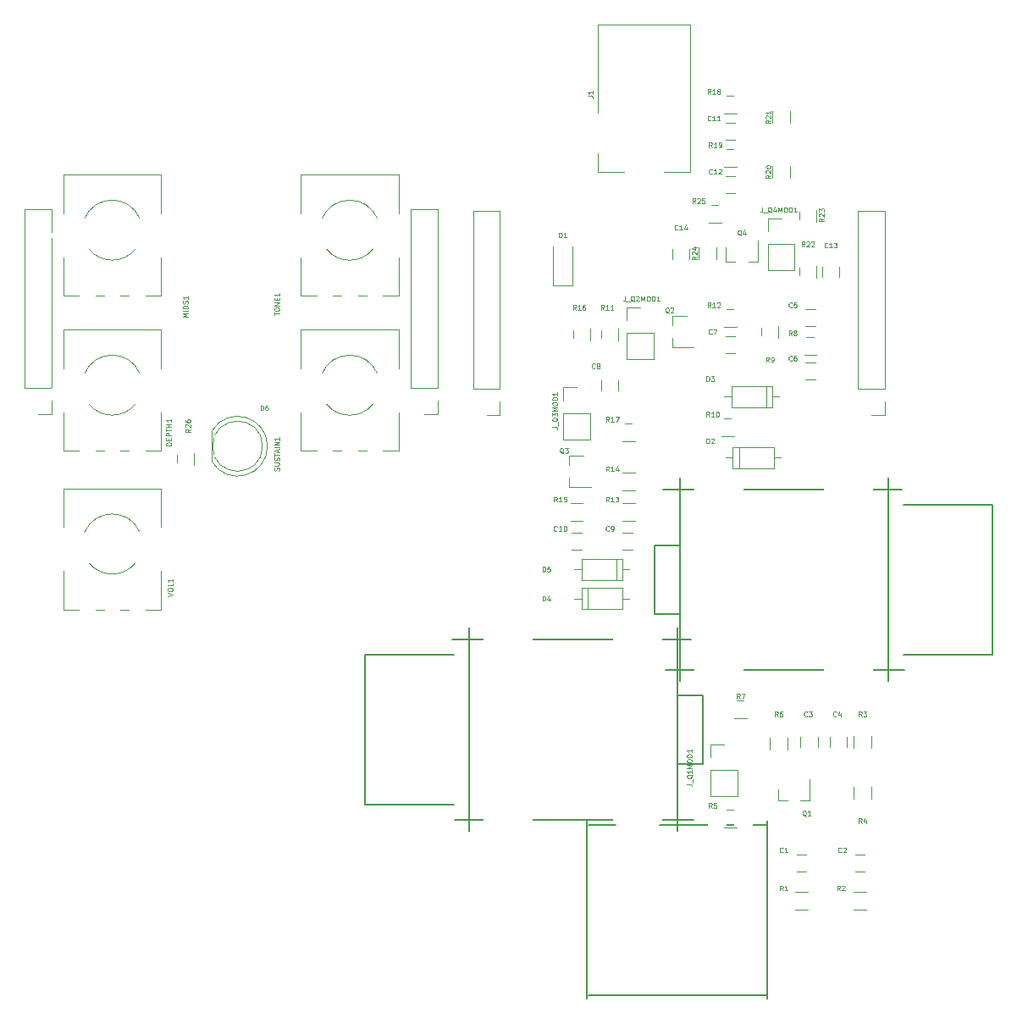
<source format=gbr>
G04 #@! TF.FileFunction,Legend,Top*
%FSLAX46Y46*%
G04 Gerber Fmt 4.6, Leading zero omitted, Abs format (unit mm)*
G04 Created by KiCad (PCBNEW 4.0.7) date 03/22/18 23:55:52*
%MOMM*%
%LPD*%
G01*
G04 APERTURE LIST*
%ADD10C,0.100000*%
%ADD11C,0.120000*%
%ADD12C,0.150000*%
%ADD13C,0.050000*%
%ADD14C,2.200000*%
%ADD15C,3.400000*%
%ADD16O,5.400000X4.400000*%
%ADD17O,4.400000X3.900000*%
%ADD18R,2.100000X2.100000*%
%ADD19O,2.100000X2.100000*%
%ADD20R,1.900000X1.650000*%
%ADD21R,1.650000X1.900000*%
%ADD22R,1.600000X1.300000*%
%ADD23R,2.200000X2.200000*%
%ADD24R,1.200000X1.300000*%
%ADD25R,1.300000X1.200000*%
%ADD26R,1.900000X1.700000*%
%ADD27R,1.700000X1.900000*%
%ADD28R,2.000000X2.000000*%
%ADD29O,2.000000X2.000000*%
%ADD30R,3.900000X3.900000*%
G04 APERTURE END LIST*
D10*
D11*
X45283568Y-150967018D02*
G75*
G02X50808000Y-150966000I2762432J-1171982D01*
G01*
X50343753Y-154067295D02*
G75*
G02X45748000Y-154067000I-2297753J1928295D01*
G01*
X43136000Y-158699000D02*
X43136000Y-154833000D01*
X43136000Y-150444000D02*
X43136000Y-146579000D01*
X52956000Y-158699000D02*
X52956000Y-154833000D01*
X52956000Y-150444000D02*
X52956000Y-146579000D01*
X43136000Y-158699000D02*
X44721000Y-158699000D01*
X46371000Y-158699000D02*
X47221000Y-158699000D01*
X48871000Y-158699000D02*
X49721000Y-158699000D01*
X51371000Y-158699000D02*
X52956000Y-158699000D01*
X43136000Y-146579000D02*
X52956000Y-146579000D01*
D12*
X102235000Y-155702000D02*
X102235000Y-159131000D01*
X102235000Y-159131000D02*
X104775000Y-159131000D01*
X102235000Y-155702000D02*
X102235000Y-152273000D01*
X102235000Y-152273000D02*
X104775000Y-152273000D01*
X125603000Y-165862000D02*
X125603000Y-145542000D01*
X104775000Y-165862000D02*
X104775000Y-145542000D01*
X127127000Y-163195000D02*
X136017000Y-163195000D01*
X136017000Y-163195000D02*
X136017000Y-148209000D01*
X136017000Y-148209000D02*
X127127000Y-148209000D01*
X103124000Y-146685000D02*
X127000000Y-146685000D01*
X103378000Y-164719000D02*
X127254000Y-164719000D01*
X113411000Y-197231000D02*
X96901000Y-197231000D01*
X96901000Y-197231000D02*
X95631000Y-197231000D01*
X95504000Y-197612000D02*
X95504000Y-179832000D01*
X95631000Y-180213000D02*
X113411000Y-180213000D01*
X113538000Y-179832000D02*
X113538000Y-197612000D01*
D11*
X69032568Y-135092018D02*
G75*
G02X74557000Y-135091000I2762432J-1171982D01*
G01*
X74092753Y-138192295D02*
G75*
G02X69497000Y-138192000I-2297753J1928295D01*
G01*
X66885000Y-142824000D02*
X66885000Y-138958000D01*
X66885000Y-134569000D02*
X66885000Y-130704000D01*
X76705000Y-142824000D02*
X76705000Y-138958000D01*
X76705000Y-134569000D02*
X76705000Y-130704000D01*
X66885000Y-142824000D02*
X68470000Y-142824000D01*
X70120000Y-142824000D02*
X70970000Y-142824000D01*
X72620000Y-142824000D02*
X73470000Y-142824000D01*
X75120000Y-142824000D02*
X76705000Y-142824000D01*
X66885000Y-130704000D02*
X76705000Y-130704000D01*
X69032568Y-119598018D02*
G75*
G02X74557000Y-119597000I2762432J-1171982D01*
G01*
X74092753Y-122698295D02*
G75*
G02X69497000Y-122698000I-2297753J1928295D01*
G01*
X66885000Y-127330000D02*
X66885000Y-123464000D01*
X66885000Y-119075000D02*
X66885000Y-115210000D01*
X76705000Y-127330000D02*
X76705000Y-123464000D01*
X76705000Y-119075000D02*
X76705000Y-115210000D01*
X66885000Y-127330000D02*
X68470000Y-127330000D01*
X70120000Y-127330000D02*
X70970000Y-127330000D01*
X72620000Y-127330000D02*
X73470000Y-127330000D01*
X75120000Y-127330000D02*
X76705000Y-127330000D01*
X66885000Y-115210000D02*
X76705000Y-115210000D01*
X41970000Y-118685000D02*
X39310000Y-118685000D01*
X41970000Y-136525000D02*
X41970000Y-118685000D01*
X39310000Y-136525000D02*
X39310000Y-118685000D01*
X41970000Y-136525000D02*
X39310000Y-136525000D01*
X41970000Y-137795000D02*
X41970000Y-139125000D01*
X41970000Y-139125000D02*
X40640000Y-139125000D01*
X125282000Y-118812000D02*
X122622000Y-118812000D01*
X125282000Y-136652000D02*
X125282000Y-118812000D01*
X122622000Y-136652000D02*
X122622000Y-118812000D01*
X125282000Y-136652000D02*
X122622000Y-136652000D01*
X125282000Y-137922000D02*
X125282000Y-139252000D01*
X125282000Y-139252000D02*
X123952000Y-139252000D01*
X86801000Y-118812000D02*
X84141000Y-118812000D01*
X86801000Y-136652000D02*
X86801000Y-118812000D01*
X84141000Y-136652000D02*
X84141000Y-118812000D01*
X86801000Y-136652000D02*
X84141000Y-136652000D01*
X86801000Y-137922000D02*
X86801000Y-139252000D01*
X86801000Y-139252000D02*
X85471000Y-139252000D01*
D12*
X107061000Y-170688000D02*
X107061000Y-167259000D01*
X107061000Y-167259000D02*
X104521000Y-167259000D01*
X107061000Y-170688000D02*
X107061000Y-174117000D01*
X107061000Y-174117000D02*
X104521000Y-174117000D01*
X83693000Y-160528000D02*
X83693000Y-180848000D01*
X104521000Y-160528000D02*
X104521000Y-180848000D01*
X82169000Y-163195000D02*
X73279000Y-163195000D01*
X73279000Y-163195000D02*
X73279000Y-178181000D01*
X73279000Y-178181000D02*
X82169000Y-178181000D01*
X106172000Y-179705000D02*
X82296000Y-179705000D01*
X105918000Y-161671000D02*
X82042000Y-161671000D01*
D11*
X116467000Y-184873000D02*
X117467000Y-184873000D01*
X117467000Y-183173000D02*
X116467000Y-183173000D01*
X122309000Y-184873000D02*
X123309000Y-184873000D01*
X123309000Y-183173000D02*
X122309000Y-183173000D01*
X118579000Y-172458000D02*
X118579000Y-171458000D01*
X116879000Y-171458000D02*
X116879000Y-172458000D01*
X121500000Y-172458000D02*
X121500000Y-171458000D01*
X119800000Y-171458000D02*
X119800000Y-172458000D01*
X118356000Y-128690000D02*
X117356000Y-128690000D01*
X117356000Y-130390000D02*
X118356000Y-130390000D01*
X117356000Y-135724000D02*
X118356000Y-135724000D01*
X118356000Y-134024000D02*
X117356000Y-134024000D01*
X109355000Y-133057000D02*
X110355000Y-133057000D01*
X110355000Y-131357000D02*
X109355000Y-131357000D01*
X98640000Y-136771000D02*
X98640000Y-135771000D01*
X96940000Y-135771000D02*
X96940000Y-136771000D01*
X99068000Y-152742000D02*
X100068000Y-152742000D01*
X100068000Y-151042000D02*
X99068000Y-151042000D01*
X94988000Y-151042000D02*
X93988000Y-151042000D01*
X93988000Y-152742000D02*
X94988000Y-152742000D01*
X110355000Y-110021000D02*
X109355000Y-110021000D01*
X109355000Y-111721000D02*
X110355000Y-111721000D01*
X109355000Y-117055000D02*
X110355000Y-117055000D01*
X110355000Y-115355000D02*
X109355000Y-115355000D01*
X120738000Y-125468000D02*
X120738000Y-124468000D01*
X119038000Y-124468000D02*
X119038000Y-125468000D01*
X105752000Y-123690000D02*
X105752000Y-122690000D01*
X104052000Y-122690000D02*
X104052000Y-123690000D01*
X92091000Y-126329000D02*
X94091000Y-126329000D01*
X94091000Y-126329000D02*
X94091000Y-122429000D01*
X92091000Y-126329000D02*
X92091000Y-122429000D01*
X63569000Y-142367462D02*
G75*
G03X58019000Y-140822170I-2990000J462D01*
G01*
X63569000Y-142366538D02*
G75*
G02X58019000Y-143911830I-2990000J-462D01*
G01*
X63079000Y-142367000D02*
G75*
G03X63079000Y-142367000I-2500000J0D01*
G01*
X58019000Y-140822000D02*
X58019000Y-143912000D01*
X45283568Y-135092018D02*
G75*
G02X50808000Y-135091000I2762432J-1171982D01*
G01*
X50343753Y-138192295D02*
G75*
G02X45748000Y-138192000I-2297753J1928295D01*
G01*
X43136000Y-142824000D02*
X43136000Y-138958000D01*
X43136000Y-134569000D02*
X43136000Y-130704000D01*
X52956000Y-142824000D02*
X52956000Y-138958000D01*
X52956000Y-134569000D02*
X52956000Y-130704000D01*
X43136000Y-142824000D02*
X44721000Y-142824000D01*
X46371000Y-142824000D02*
X47221000Y-142824000D01*
X48871000Y-142824000D02*
X49721000Y-142824000D01*
X51371000Y-142824000D02*
X52956000Y-142824000D01*
X43136000Y-130704000D02*
X52956000Y-130704000D01*
X80578000Y-118685000D02*
X77918000Y-118685000D01*
X80578000Y-136525000D02*
X80578000Y-118685000D01*
X77918000Y-136525000D02*
X77918000Y-118685000D01*
X80578000Y-136525000D02*
X77918000Y-136525000D01*
X80578000Y-137795000D02*
X80578000Y-139125000D01*
X80578000Y-139125000D02*
X79248000Y-139125000D01*
X45283568Y-119598018D02*
G75*
G02X50808000Y-119597000I2762432J-1171982D01*
G01*
X50343753Y-122698295D02*
G75*
G02X45748000Y-122698000I-2297753J1928295D01*
G01*
X43136000Y-127330000D02*
X43136000Y-123464000D01*
X43136000Y-119075000D02*
X43136000Y-115210000D01*
X52956000Y-127330000D02*
X52956000Y-123464000D01*
X52956000Y-119075000D02*
X52956000Y-115210000D01*
X43136000Y-127330000D02*
X44721000Y-127330000D01*
X46371000Y-127330000D02*
X47221000Y-127330000D01*
X48871000Y-127330000D02*
X49721000Y-127330000D01*
X51371000Y-127330000D02*
X52956000Y-127330000D01*
X43136000Y-115210000D02*
X52956000Y-115210000D01*
X114625000Y-177798000D02*
X115555000Y-177798000D01*
X117785000Y-177798000D02*
X116855000Y-177798000D01*
X117785000Y-177798000D02*
X117785000Y-175638000D01*
X114625000Y-177798000D02*
X114625000Y-176338000D01*
X104015000Y-129357000D02*
X104015000Y-130287000D01*
X104015000Y-132517000D02*
X104015000Y-131587000D01*
X104015000Y-132517000D02*
X106175000Y-132517000D01*
X104015000Y-129357000D02*
X105475000Y-129357000D01*
X93728000Y-143327000D02*
X93728000Y-144257000D01*
X93728000Y-146487000D02*
X93728000Y-145557000D01*
X93728000Y-146487000D02*
X95888000Y-146487000D01*
X93728000Y-143327000D02*
X95188000Y-143327000D01*
X109418000Y-123950000D02*
X110348000Y-123950000D01*
X112578000Y-123950000D02*
X111648000Y-123950000D01*
X112578000Y-123950000D02*
X112578000Y-121790000D01*
X109418000Y-123950000D02*
X109418000Y-122490000D01*
X116367000Y-186953000D02*
X117567000Y-186953000D01*
X117567000Y-188713000D02*
X116367000Y-188713000D01*
X122209000Y-186953000D02*
X123409000Y-186953000D01*
X123409000Y-188713000D02*
X122209000Y-188713000D01*
X122183000Y-172558000D02*
X122183000Y-171358000D01*
X123943000Y-171358000D02*
X123943000Y-172558000D01*
X123943000Y-176438000D02*
X123943000Y-177638000D01*
X122183000Y-177638000D02*
X122183000Y-176438000D01*
X109255000Y-178698000D02*
X110455000Y-178698000D01*
X110455000Y-180458000D02*
X109255000Y-180458000D01*
X113801000Y-172685000D02*
X113801000Y-171485000D01*
X115561000Y-171485000D02*
X115561000Y-172685000D01*
X110271000Y-167776000D02*
X111471000Y-167776000D01*
X111471000Y-169536000D02*
X110271000Y-169536000D01*
X117256000Y-131454000D02*
X118456000Y-131454000D01*
X118456000Y-133214000D02*
X117256000Y-133214000D01*
X114672000Y-130337000D02*
X114672000Y-131537000D01*
X112912000Y-131537000D02*
X112912000Y-130337000D01*
X110201000Y-141342000D02*
X109001000Y-141342000D01*
X109001000Y-139582000D02*
X110201000Y-139582000D01*
X96910000Y-131791000D02*
X96910000Y-130591000D01*
X98670000Y-130591000D02*
X98670000Y-131791000D01*
X110455000Y-130420000D02*
X109255000Y-130420000D01*
X109255000Y-128660000D02*
X110455000Y-128660000D01*
X99095000Y-148091000D02*
X100295000Y-148091000D01*
X100295000Y-149851000D02*
X99095000Y-149851000D01*
X100295000Y-146803000D02*
X99095000Y-146803000D01*
X99095000Y-145043000D02*
X100295000Y-145043000D01*
X95088000Y-149851000D02*
X93888000Y-149851000D01*
X93888000Y-148091000D02*
X95088000Y-148091000D01*
X94116000Y-131791000D02*
X94116000Y-130591000D01*
X95876000Y-130591000D02*
X95876000Y-131791000D01*
X100295000Y-141850000D02*
X99095000Y-141850000D01*
X99095000Y-140090000D02*
X100295000Y-140090000D01*
X110455000Y-109084000D02*
X109255000Y-109084000D01*
X109255000Y-107324000D02*
X110455000Y-107324000D01*
X109255000Y-112658000D02*
X110455000Y-112658000D01*
X110455000Y-114418000D02*
X109255000Y-114418000D01*
X114055000Y-115535000D02*
X114055000Y-114335000D01*
X115815000Y-114335000D02*
X115815000Y-115535000D01*
X115815000Y-108874000D02*
X115815000Y-110074000D01*
X114055000Y-110074000D02*
X114055000Y-108874000D01*
X118482000Y-124368000D02*
X118482000Y-125568000D01*
X116722000Y-125568000D02*
X116722000Y-124368000D01*
X118482000Y-118780000D02*
X118482000Y-119980000D01*
X116722000Y-119980000D02*
X116722000Y-118780000D01*
X108449000Y-122463000D02*
X108449000Y-123663000D01*
X106689000Y-123663000D02*
X106689000Y-122463000D01*
X107731000Y-118246000D02*
X108931000Y-118246000D01*
X108931000Y-120006000D02*
X107731000Y-120006000D01*
X54492000Y-144237000D02*
X54492000Y-143037000D01*
X56252000Y-143037000D02*
X56252000Y-144237000D01*
X107890000Y-177352000D02*
X110550000Y-177352000D01*
X107890000Y-174752000D02*
X107890000Y-177352000D01*
X110550000Y-174752000D02*
X110550000Y-177352000D01*
X107890000Y-174752000D02*
X110550000Y-174752000D01*
X107890000Y-173482000D02*
X107890000Y-172152000D01*
X107890000Y-172152000D02*
X109220000Y-172152000D01*
X99508000Y-133664000D02*
X102168000Y-133664000D01*
X99508000Y-131064000D02*
X99508000Y-133664000D01*
X102168000Y-131064000D02*
X102168000Y-133664000D01*
X99508000Y-131064000D02*
X102168000Y-131064000D01*
X99508000Y-129794000D02*
X99508000Y-128464000D01*
X99508000Y-128464000D02*
X100838000Y-128464000D01*
X93158000Y-141665000D02*
X95818000Y-141665000D01*
X93158000Y-139065000D02*
X93158000Y-141665000D01*
X95818000Y-139065000D02*
X95818000Y-141665000D01*
X93158000Y-139065000D02*
X95818000Y-139065000D01*
X93158000Y-137795000D02*
X93158000Y-136465000D01*
X93158000Y-136465000D02*
X94488000Y-136465000D01*
X113605000Y-124774000D02*
X116265000Y-124774000D01*
X113605000Y-122174000D02*
X113605000Y-124774000D01*
X116265000Y-122174000D02*
X116265000Y-124774000D01*
X113605000Y-122174000D02*
X116265000Y-122174000D01*
X113605000Y-120904000D02*
X113605000Y-119574000D01*
X113605000Y-119574000D02*
X114935000Y-119574000D01*
X110081000Y-142450000D02*
X110081000Y-144570000D01*
X110081000Y-144570000D02*
X114201000Y-144570000D01*
X114201000Y-144570000D02*
X114201000Y-142450000D01*
X114201000Y-142450000D02*
X110081000Y-142450000D01*
X109311000Y-143510000D02*
X110081000Y-143510000D01*
X114971000Y-143510000D02*
X114201000Y-143510000D01*
X110741000Y-142450000D02*
X110741000Y-144570000D01*
X114074000Y-138474000D02*
X114074000Y-136354000D01*
X114074000Y-136354000D02*
X109954000Y-136354000D01*
X109954000Y-136354000D02*
X109954000Y-138474000D01*
X109954000Y-138474000D02*
X114074000Y-138474000D01*
X114844000Y-137414000D02*
X114074000Y-137414000D01*
X109184000Y-137414000D02*
X109954000Y-137414000D01*
X113414000Y-138474000D02*
X113414000Y-136354000D01*
X94968000Y-156547000D02*
X94968000Y-158667000D01*
X94968000Y-158667000D02*
X99088000Y-158667000D01*
X99088000Y-158667000D02*
X99088000Y-156547000D01*
X99088000Y-156547000D02*
X94968000Y-156547000D01*
X94198000Y-157607000D02*
X94968000Y-157607000D01*
X99858000Y-157607000D02*
X99088000Y-157607000D01*
X95628000Y-156547000D02*
X95628000Y-158667000D01*
X99088000Y-155746000D02*
X99088000Y-153626000D01*
X99088000Y-153626000D02*
X94968000Y-153626000D01*
X94968000Y-153626000D02*
X94968000Y-155746000D01*
X94968000Y-155746000D02*
X99088000Y-155746000D01*
X99858000Y-154686000D02*
X99088000Y-154686000D01*
X94198000Y-154686000D02*
X94968000Y-154686000D01*
X98428000Y-155746000D02*
X98428000Y-153626000D01*
X96619000Y-109046000D02*
X96619000Y-100246000D01*
X96619000Y-100246000D02*
X105819000Y-100246000D01*
X99319000Y-114946000D02*
X96619000Y-114946000D01*
X96619000Y-114946000D02*
X96619000Y-113046000D01*
X105819000Y-100246000D02*
X105819000Y-114946000D01*
X105819000Y-114946000D02*
X103219000Y-114946000D01*
D13*
X53574190Y-157333047D02*
X54074190Y-157166380D01*
X53574190Y-156999714D01*
X53574190Y-156737809D02*
X53574190Y-156642571D01*
X53598000Y-156594952D01*
X53645619Y-156547333D01*
X53740857Y-156523524D01*
X53907524Y-156523524D01*
X54002762Y-156547333D01*
X54050381Y-156594952D01*
X54074190Y-156642571D01*
X54074190Y-156737809D01*
X54050381Y-156785428D01*
X54002762Y-156833047D01*
X53907524Y-156856857D01*
X53740857Y-156856857D01*
X53645619Y-156833047D01*
X53598000Y-156785428D01*
X53574190Y-156737809D01*
X54074190Y-156071142D02*
X54074190Y-156309237D01*
X53574190Y-156309237D01*
X54074190Y-155642571D02*
X54074190Y-155928285D01*
X54074190Y-155785428D02*
X53574190Y-155785428D01*
X53645619Y-155833047D01*
X53693238Y-155880666D01*
X53717048Y-155928285D01*
X64718381Y-144795666D02*
X64742190Y-144724237D01*
X64742190Y-144605190D01*
X64718381Y-144557571D01*
X64694571Y-144533761D01*
X64646952Y-144509952D01*
X64599333Y-144509952D01*
X64551714Y-144533761D01*
X64527905Y-144557571D01*
X64504095Y-144605190D01*
X64480286Y-144700428D01*
X64456476Y-144748047D01*
X64432667Y-144771856D01*
X64385048Y-144795666D01*
X64337429Y-144795666D01*
X64289810Y-144771856D01*
X64266000Y-144748047D01*
X64242190Y-144700428D01*
X64242190Y-144581380D01*
X64266000Y-144509952D01*
X64242190Y-144295666D02*
X64646952Y-144295666D01*
X64694571Y-144271857D01*
X64718381Y-144248047D01*
X64742190Y-144200428D01*
X64742190Y-144105190D01*
X64718381Y-144057571D01*
X64694571Y-144033762D01*
X64646952Y-144009952D01*
X64242190Y-144009952D01*
X64718381Y-143795666D02*
X64742190Y-143724237D01*
X64742190Y-143605190D01*
X64718381Y-143557571D01*
X64694571Y-143533761D01*
X64646952Y-143509952D01*
X64599333Y-143509952D01*
X64551714Y-143533761D01*
X64527905Y-143557571D01*
X64504095Y-143605190D01*
X64480286Y-143700428D01*
X64456476Y-143748047D01*
X64432667Y-143771856D01*
X64385048Y-143795666D01*
X64337429Y-143795666D01*
X64289810Y-143771856D01*
X64266000Y-143748047D01*
X64242190Y-143700428D01*
X64242190Y-143581380D01*
X64266000Y-143509952D01*
X64242190Y-143367095D02*
X64242190Y-143081381D01*
X64742190Y-143224238D02*
X64242190Y-143224238D01*
X64599333Y-142938524D02*
X64599333Y-142700429D01*
X64742190Y-142986143D02*
X64242190Y-142819476D01*
X64742190Y-142652810D01*
X64742190Y-142486143D02*
X64242190Y-142486143D01*
X64742190Y-142248048D02*
X64242190Y-142248048D01*
X64742190Y-141962334D01*
X64242190Y-141962334D01*
X64742190Y-141462334D02*
X64742190Y-141748048D01*
X64742190Y-141605191D02*
X64242190Y-141605191D01*
X64313619Y-141652810D01*
X64361238Y-141700429D01*
X64385048Y-141748048D01*
X64242190Y-129273952D02*
X64242190Y-128988238D01*
X64742190Y-129131095D02*
X64242190Y-129131095D01*
X64242190Y-128726333D02*
X64242190Y-128631095D01*
X64266000Y-128583476D01*
X64313619Y-128535857D01*
X64408857Y-128512048D01*
X64575524Y-128512048D01*
X64670762Y-128535857D01*
X64718381Y-128583476D01*
X64742190Y-128631095D01*
X64742190Y-128726333D01*
X64718381Y-128773952D01*
X64670762Y-128821571D01*
X64575524Y-128845381D01*
X64408857Y-128845381D01*
X64313619Y-128821571D01*
X64266000Y-128773952D01*
X64242190Y-128726333D01*
X64742190Y-128297761D02*
X64242190Y-128297761D01*
X64742190Y-128012047D01*
X64242190Y-128012047D01*
X64480286Y-127773951D02*
X64480286Y-127607285D01*
X64742190Y-127535856D02*
X64742190Y-127773951D01*
X64242190Y-127773951D01*
X64242190Y-127535856D01*
X64742190Y-127059666D02*
X64742190Y-127345380D01*
X64742190Y-127202523D02*
X64242190Y-127202523D01*
X64313619Y-127250142D01*
X64361238Y-127297761D01*
X64385048Y-127345380D01*
X115105667Y-182931571D02*
X115081857Y-182955381D01*
X115010429Y-182979190D01*
X114962810Y-182979190D01*
X114891381Y-182955381D01*
X114843762Y-182907762D01*
X114819953Y-182860143D01*
X114796143Y-182764905D01*
X114796143Y-182693476D01*
X114819953Y-182598238D01*
X114843762Y-182550619D01*
X114891381Y-182503000D01*
X114962810Y-182479190D01*
X115010429Y-182479190D01*
X115081857Y-182503000D01*
X115105667Y-182526810D01*
X115581857Y-182979190D02*
X115296143Y-182979190D01*
X115439000Y-182979190D02*
X115439000Y-182479190D01*
X115391381Y-182550619D01*
X115343762Y-182598238D01*
X115296143Y-182622048D01*
X120947667Y-182931571D02*
X120923857Y-182955381D01*
X120852429Y-182979190D01*
X120804810Y-182979190D01*
X120733381Y-182955381D01*
X120685762Y-182907762D01*
X120661953Y-182860143D01*
X120638143Y-182764905D01*
X120638143Y-182693476D01*
X120661953Y-182598238D01*
X120685762Y-182550619D01*
X120733381Y-182503000D01*
X120804810Y-182479190D01*
X120852429Y-182479190D01*
X120923857Y-182503000D01*
X120947667Y-182526810D01*
X121138143Y-182526810D02*
X121161953Y-182503000D01*
X121209572Y-182479190D01*
X121328619Y-182479190D01*
X121376238Y-182503000D01*
X121400048Y-182526810D01*
X121423857Y-182574429D01*
X121423857Y-182622048D01*
X121400048Y-182693476D01*
X121114334Y-182979190D01*
X121423857Y-182979190D01*
X117518667Y-169342571D02*
X117494857Y-169366381D01*
X117423429Y-169390190D01*
X117375810Y-169390190D01*
X117304381Y-169366381D01*
X117256762Y-169318762D01*
X117232953Y-169271143D01*
X117209143Y-169175905D01*
X117209143Y-169104476D01*
X117232953Y-169009238D01*
X117256762Y-168961619D01*
X117304381Y-168914000D01*
X117375810Y-168890190D01*
X117423429Y-168890190D01*
X117494857Y-168914000D01*
X117518667Y-168937810D01*
X117685334Y-168890190D02*
X117994857Y-168890190D01*
X117828191Y-169080667D01*
X117899619Y-169080667D01*
X117947238Y-169104476D01*
X117971048Y-169128286D01*
X117994857Y-169175905D01*
X117994857Y-169294952D01*
X117971048Y-169342571D01*
X117947238Y-169366381D01*
X117899619Y-169390190D01*
X117756762Y-169390190D01*
X117709143Y-169366381D01*
X117685334Y-169342571D01*
X120439667Y-169342571D02*
X120415857Y-169366381D01*
X120344429Y-169390190D01*
X120296810Y-169390190D01*
X120225381Y-169366381D01*
X120177762Y-169318762D01*
X120153953Y-169271143D01*
X120130143Y-169175905D01*
X120130143Y-169104476D01*
X120153953Y-169009238D01*
X120177762Y-168961619D01*
X120225381Y-168914000D01*
X120296810Y-168890190D01*
X120344429Y-168890190D01*
X120415857Y-168914000D01*
X120439667Y-168937810D01*
X120868238Y-169056857D02*
X120868238Y-169390190D01*
X120749191Y-168866381D02*
X120630143Y-169223524D01*
X120939667Y-169223524D01*
X115994667Y-128448571D02*
X115970857Y-128472381D01*
X115899429Y-128496190D01*
X115851810Y-128496190D01*
X115780381Y-128472381D01*
X115732762Y-128424762D01*
X115708953Y-128377143D01*
X115685143Y-128281905D01*
X115685143Y-128210476D01*
X115708953Y-128115238D01*
X115732762Y-128067619D01*
X115780381Y-128020000D01*
X115851810Y-127996190D01*
X115899429Y-127996190D01*
X115970857Y-128020000D01*
X115994667Y-128043810D01*
X116447048Y-127996190D02*
X116208953Y-127996190D01*
X116185143Y-128234286D01*
X116208953Y-128210476D01*
X116256572Y-128186667D01*
X116375619Y-128186667D01*
X116423238Y-128210476D01*
X116447048Y-128234286D01*
X116470857Y-128281905D01*
X116470857Y-128400952D01*
X116447048Y-128448571D01*
X116423238Y-128472381D01*
X116375619Y-128496190D01*
X116256572Y-128496190D01*
X116208953Y-128472381D01*
X116185143Y-128448571D01*
X115994667Y-133782571D02*
X115970857Y-133806381D01*
X115899429Y-133830190D01*
X115851810Y-133830190D01*
X115780381Y-133806381D01*
X115732762Y-133758762D01*
X115708953Y-133711143D01*
X115685143Y-133615905D01*
X115685143Y-133544476D01*
X115708953Y-133449238D01*
X115732762Y-133401619D01*
X115780381Y-133354000D01*
X115851810Y-133330190D01*
X115899429Y-133330190D01*
X115970857Y-133354000D01*
X115994667Y-133377810D01*
X116423238Y-133330190D02*
X116328000Y-133330190D01*
X116280381Y-133354000D01*
X116256572Y-133377810D01*
X116208953Y-133449238D01*
X116185143Y-133544476D01*
X116185143Y-133734952D01*
X116208953Y-133782571D01*
X116232762Y-133806381D01*
X116280381Y-133830190D01*
X116375619Y-133830190D01*
X116423238Y-133806381D01*
X116447048Y-133782571D01*
X116470857Y-133734952D01*
X116470857Y-133615905D01*
X116447048Y-133568286D01*
X116423238Y-133544476D01*
X116375619Y-133520667D01*
X116280381Y-133520667D01*
X116232762Y-133544476D01*
X116208953Y-133568286D01*
X116185143Y-133615905D01*
X107993667Y-131115571D02*
X107969857Y-131139381D01*
X107898429Y-131163190D01*
X107850810Y-131163190D01*
X107779381Y-131139381D01*
X107731762Y-131091762D01*
X107707953Y-131044143D01*
X107684143Y-130948905D01*
X107684143Y-130877476D01*
X107707953Y-130782238D01*
X107731762Y-130734619D01*
X107779381Y-130687000D01*
X107850810Y-130663190D01*
X107898429Y-130663190D01*
X107969857Y-130687000D01*
X107993667Y-130710810D01*
X108160334Y-130663190D02*
X108493667Y-130663190D01*
X108279381Y-131163190D01*
X96309667Y-134544571D02*
X96285857Y-134568381D01*
X96214429Y-134592190D01*
X96166810Y-134592190D01*
X96095381Y-134568381D01*
X96047762Y-134520762D01*
X96023953Y-134473143D01*
X96000143Y-134377905D01*
X96000143Y-134306476D01*
X96023953Y-134211238D01*
X96047762Y-134163619D01*
X96095381Y-134116000D01*
X96166810Y-134092190D01*
X96214429Y-134092190D01*
X96285857Y-134116000D01*
X96309667Y-134139810D01*
X96595381Y-134306476D02*
X96547762Y-134282667D01*
X96523953Y-134258857D01*
X96500143Y-134211238D01*
X96500143Y-134187429D01*
X96523953Y-134139810D01*
X96547762Y-134116000D01*
X96595381Y-134092190D01*
X96690619Y-134092190D01*
X96738238Y-134116000D01*
X96762048Y-134139810D01*
X96785857Y-134187429D01*
X96785857Y-134211238D01*
X96762048Y-134258857D01*
X96738238Y-134282667D01*
X96690619Y-134306476D01*
X96595381Y-134306476D01*
X96547762Y-134330286D01*
X96523953Y-134354095D01*
X96500143Y-134401714D01*
X96500143Y-134496952D01*
X96523953Y-134544571D01*
X96547762Y-134568381D01*
X96595381Y-134592190D01*
X96690619Y-134592190D01*
X96738238Y-134568381D01*
X96762048Y-134544571D01*
X96785857Y-134496952D01*
X96785857Y-134401714D01*
X96762048Y-134354095D01*
X96738238Y-134330286D01*
X96690619Y-134306476D01*
X97706667Y-150800571D02*
X97682857Y-150824381D01*
X97611429Y-150848190D01*
X97563810Y-150848190D01*
X97492381Y-150824381D01*
X97444762Y-150776762D01*
X97420953Y-150729143D01*
X97397143Y-150633905D01*
X97397143Y-150562476D01*
X97420953Y-150467238D01*
X97444762Y-150419619D01*
X97492381Y-150372000D01*
X97563810Y-150348190D01*
X97611429Y-150348190D01*
X97682857Y-150372000D01*
X97706667Y-150395810D01*
X97944762Y-150848190D02*
X98040000Y-150848190D01*
X98087619Y-150824381D01*
X98111429Y-150800571D01*
X98159048Y-150729143D01*
X98182857Y-150633905D01*
X98182857Y-150443429D01*
X98159048Y-150395810D01*
X98135238Y-150372000D01*
X98087619Y-150348190D01*
X97992381Y-150348190D01*
X97944762Y-150372000D01*
X97920953Y-150395810D01*
X97897143Y-150443429D01*
X97897143Y-150562476D01*
X97920953Y-150610095D01*
X97944762Y-150633905D01*
X97992381Y-150657714D01*
X98087619Y-150657714D01*
X98135238Y-150633905D01*
X98159048Y-150610095D01*
X98182857Y-150562476D01*
X92515572Y-150800571D02*
X92491762Y-150824381D01*
X92420334Y-150848190D01*
X92372715Y-150848190D01*
X92301286Y-150824381D01*
X92253667Y-150776762D01*
X92229858Y-150729143D01*
X92206048Y-150633905D01*
X92206048Y-150562476D01*
X92229858Y-150467238D01*
X92253667Y-150419619D01*
X92301286Y-150372000D01*
X92372715Y-150348190D01*
X92420334Y-150348190D01*
X92491762Y-150372000D01*
X92515572Y-150395810D01*
X92991762Y-150848190D02*
X92706048Y-150848190D01*
X92848905Y-150848190D02*
X92848905Y-150348190D01*
X92801286Y-150419619D01*
X92753667Y-150467238D01*
X92706048Y-150491048D01*
X93301286Y-150348190D02*
X93348905Y-150348190D01*
X93396524Y-150372000D01*
X93420333Y-150395810D01*
X93444143Y-150443429D01*
X93467952Y-150538667D01*
X93467952Y-150657714D01*
X93444143Y-150752952D01*
X93420333Y-150800571D01*
X93396524Y-150824381D01*
X93348905Y-150848190D01*
X93301286Y-150848190D01*
X93253667Y-150824381D01*
X93229857Y-150800571D01*
X93206048Y-150752952D01*
X93182238Y-150657714D01*
X93182238Y-150538667D01*
X93206048Y-150443429D01*
X93229857Y-150395810D01*
X93253667Y-150372000D01*
X93301286Y-150348190D01*
X107882572Y-109779571D02*
X107858762Y-109803381D01*
X107787334Y-109827190D01*
X107739715Y-109827190D01*
X107668286Y-109803381D01*
X107620667Y-109755762D01*
X107596858Y-109708143D01*
X107573048Y-109612905D01*
X107573048Y-109541476D01*
X107596858Y-109446238D01*
X107620667Y-109398619D01*
X107668286Y-109351000D01*
X107739715Y-109327190D01*
X107787334Y-109327190D01*
X107858762Y-109351000D01*
X107882572Y-109374810D01*
X108358762Y-109827190D02*
X108073048Y-109827190D01*
X108215905Y-109827190D02*
X108215905Y-109327190D01*
X108168286Y-109398619D01*
X108120667Y-109446238D01*
X108073048Y-109470048D01*
X108834952Y-109827190D02*
X108549238Y-109827190D01*
X108692095Y-109827190D02*
X108692095Y-109327190D01*
X108644476Y-109398619D01*
X108596857Y-109446238D01*
X108549238Y-109470048D01*
X108009572Y-115113571D02*
X107985762Y-115137381D01*
X107914334Y-115161190D01*
X107866715Y-115161190D01*
X107795286Y-115137381D01*
X107747667Y-115089762D01*
X107723858Y-115042143D01*
X107700048Y-114946905D01*
X107700048Y-114875476D01*
X107723858Y-114780238D01*
X107747667Y-114732619D01*
X107795286Y-114685000D01*
X107866715Y-114661190D01*
X107914334Y-114661190D01*
X107985762Y-114685000D01*
X108009572Y-114708810D01*
X108485762Y-115161190D02*
X108200048Y-115161190D01*
X108342905Y-115161190D02*
X108342905Y-114661190D01*
X108295286Y-114732619D01*
X108247667Y-114780238D01*
X108200048Y-114804048D01*
X108676238Y-114708810D02*
X108700048Y-114685000D01*
X108747667Y-114661190D01*
X108866714Y-114661190D01*
X108914333Y-114685000D01*
X108938143Y-114708810D01*
X108961952Y-114756429D01*
X108961952Y-114804048D01*
X108938143Y-114875476D01*
X108652429Y-115161190D01*
X108961952Y-115161190D01*
X119566572Y-122479571D02*
X119542762Y-122503381D01*
X119471334Y-122527190D01*
X119423715Y-122527190D01*
X119352286Y-122503381D01*
X119304667Y-122455762D01*
X119280858Y-122408143D01*
X119257048Y-122312905D01*
X119257048Y-122241476D01*
X119280858Y-122146238D01*
X119304667Y-122098619D01*
X119352286Y-122051000D01*
X119423715Y-122027190D01*
X119471334Y-122027190D01*
X119542762Y-122051000D01*
X119566572Y-122074810D01*
X120042762Y-122527190D02*
X119757048Y-122527190D01*
X119899905Y-122527190D02*
X119899905Y-122027190D01*
X119852286Y-122098619D01*
X119804667Y-122146238D01*
X119757048Y-122170048D01*
X120209429Y-122027190D02*
X120518952Y-122027190D01*
X120352286Y-122217667D01*
X120423714Y-122217667D01*
X120471333Y-122241476D01*
X120495143Y-122265286D01*
X120518952Y-122312905D01*
X120518952Y-122431952D01*
X120495143Y-122479571D01*
X120471333Y-122503381D01*
X120423714Y-122527190D01*
X120280857Y-122527190D01*
X120233238Y-122503381D01*
X120209429Y-122479571D01*
X104580572Y-120701571D02*
X104556762Y-120725381D01*
X104485334Y-120749190D01*
X104437715Y-120749190D01*
X104366286Y-120725381D01*
X104318667Y-120677762D01*
X104294858Y-120630143D01*
X104271048Y-120534905D01*
X104271048Y-120463476D01*
X104294858Y-120368238D01*
X104318667Y-120320619D01*
X104366286Y-120273000D01*
X104437715Y-120249190D01*
X104485334Y-120249190D01*
X104556762Y-120273000D01*
X104580572Y-120296810D01*
X105056762Y-120749190D02*
X104771048Y-120749190D01*
X104913905Y-120749190D02*
X104913905Y-120249190D01*
X104866286Y-120320619D01*
X104818667Y-120368238D01*
X104771048Y-120392048D01*
X105485333Y-120415857D02*
X105485333Y-120749190D01*
X105366286Y-120225381D02*
X105247238Y-120582524D01*
X105556762Y-120582524D01*
X92721953Y-121511190D02*
X92721953Y-121011190D01*
X92841000Y-121011190D01*
X92912429Y-121035000D01*
X92960048Y-121082619D01*
X92983857Y-121130238D01*
X93007667Y-121225476D01*
X93007667Y-121296905D01*
X92983857Y-121392143D01*
X92960048Y-121439762D01*
X92912429Y-121487381D01*
X92841000Y-121511190D01*
X92721953Y-121511190D01*
X93483857Y-121511190D02*
X93198143Y-121511190D01*
X93341000Y-121511190D02*
X93341000Y-121011190D01*
X93293381Y-121082619D01*
X93245762Y-121130238D01*
X93198143Y-121154048D01*
X62876953Y-138783190D02*
X62876953Y-138283190D01*
X62996000Y-138283190D01*
X63067429Y-138307000D01*
X63115048Y-138354619D01*
X63138857Y-138402238D01*
X63162667Y-138497476D01*
X63162667Y-138568905D01*
X63138857Y-138664143D01*
X63115048Y-138711762D01*
X63067429Y-138759381D01*
X62996000Y-138783190D01*
X62876953Y-138783190D01*
X63591238Y-138283190D02*
X63496000Y-138283190D01*
X63448381Y-138307000D01*
X63424572Y-138330810D01*
X63376953Y-138402238D01*
X63353143Y-138497476D01*
X63353143Y-138687952D01*
X63376953Y-138735571D01*
X63400762Y-138759381D01*
X63448381Y-138783190D01*
X63543619Y-138783190D01*
X63591238Y-138759381D01*
X63615048Y-138735571D01*
X63638857Y-138687952D01*
X63638857Y-138568905D01*
X63615048Y-138521286D01*
X63591238Y-138497476D01*
X63543619Y-138473667D01*
X63448381Y-138473667D01*
X63400762Y-138497476D01*
X63376953Y-138521286D01*
X63353143Y-138568905D01*
X53947190Y-142267618D02*
X53447190Y-142267618D01*
X53447190Y-142148571D01*
X53471000Y-142077142D01*
X53518619Y-142029523D01*
X53566238Y-142005714D01*
X53661476Y-141981904D01*
X53732905Y-141981904D01*
X53828143Y-142005714D01*
X53875762Y-142029523D01*
X53923381Y-142077142D01*
X53947190Y-142148571D01*
X53947190Y-142267618D01*
X53685286Y-141767618D02*
X53685286Y-141600952D01*
X53947190Y-141529523D02*
X53947190Y-141767618D01*
X53447190Y-141767618D01*
X53447190Y-141529523D01*
X53947190Y-141315237D02*
X53447190Y-141315237D01*
X53447190Y-141124761D01*
X53471000Y-141077142D01*
X53494810Y-141053333D01*
X53542429Y-141029523D01*
X53613857Y-141029523D01*
X53661476Y-141053333D01*
X53685286Y-141077142D01*
X53709095Y-141124761D01*
X53709095Y-141315237D01*
X53447190Y-140886666D02*
X53447190Y-140600952D01*
X53947190Y-140743809D02*
X53447190Y-140743809D01*
X53947190Y-140434285D02*
X53447190Y-140434285D01*
X53685286Y-140434285D02*
X53685286Y-140148571D01*
X53947190Y-140148571D02*
X53447190Y-140148571D01*
X53947190Y-139648571D02*
X53947190Y-139934285D01*
X53947190Y-139791428D02*
X53447190Y-139791428D01*
X53518619Y-139839047D01*
X53566238Y-139886666D01*
X53590048Y-139934285D01*
X55598190Y-129408904D02*
X55098190Y-129408904D01*
X55455333Y-129242238D01*
X55098190Y-129075571D01*
X55598190Y-129075571D01*
X55598190Y-128837475D02*
X55098190Y-128837475D01*
X55598190Y-128599380D02*
X55098190Y-128599380D01*
X55098190Y-128480333D01*
X55122000Y-128408904D01*
X55169619Y-128361285D01*
X55217238Y-128337476D01*
X55312476Y-128313666D01*
X55383905Y-128313666D01*
X55479143Y-128337476D01*
X55526762Y-128361285D01*
X55574381Y-128408904D01*
X55598190Y-128480333D01*
X55598190Y-128599380D01*
X55574381Y-128123190D02*
X55598190Y-128051761D01*
X55598190Y-127932714D01*
X55574381Y-127885095D01*
X55550571Y-127861285D01*
X55502952Y-127837476D01*
X55455333Y-127837476D01*
X55407714Y-127861285D01*
X55383905Y-127885095D01*
X55360095Y-127932714D01*
X55336286Y-128027952D01*
X55312476Y-128075571D01*
X55288667Y-128099380D01*
X55241048Y-128123190D01*
X55193429Y-128123190D01*
X55145810Y-128099380D01*
X55122000Y-128075571D01*
X55098190Y-128027952D01*
X55098190Y-127908904D01*
X55122000Y-127837476D01*
X55598190Y-127361286D02*
X55598190Y-127647000D01*
X55598190Y-127504143D02*
X55098190Y-127504143D01*
X55169619Y-127551762D01*
X55217238Y-127599381D01*
X55241048Y-127647000D01*
X117427381Y-179343810D02*
X117379762Y-179320000D01*
X117332143Y-179272381D01*
X117260714Y-179200952D01*
X117213095Y-179177143D01*
X117165476Y-179177143D01*
X117189286Y-179296190D02*
X117141667Y-179272381D01*
X117094048Y-179224762D01*
X117070238Y-179129524D01*
X117070238Y-178962857D01*
X117094048Y-178867619D01*
X117141667Y-178820000D01*
X117189286Y-178796190D01*
X117284524Y-178796190D01*
X117332143Y-178820000D01*
X117379762Y-178867619D01*
X117403571Y-178962857D01*
X117403571Y-179129524D01*
X117379762Y-179224762D01*
X117332143Y-179272381D01*
X117284524Y-179296190D01*
X117189286Y-179296190D01*
X117879762Y-179296190D02*
X117594048Y-179296190D01*
X117736905Y-179296190D02*
X117736905Y-178796190D01*
X117689286Y-178867619D01*
X117641667Y-178915238D01*
X117594048Y-178939048D01*
X103711381Y-129051810D02*
X103663762Y-129028000D01*
X103616143Y-128980381D01*
X103544714Y-128908952D01*
X103497095Y-128885143D01*
X103449476Y-128885143D01*
X103473286Y-129004190D02*
X103425667Y-128980381D01*
X103378048Y-128932762D01*
X103354238Y-128837524D01*
X103354238Y-128670857D01*
X103378048Y-128575619D01*
X103425667Y-128528000D01*
X103473286Y-128504190D01*
X103568524Y-128504190D01*
X103616143Y-128528000D01*
X103663762Y-128575619D01*
X103687571Y-128670857D01*
X103687571Y-128837524D01*
X103663762Y-128932762D01*
X103616143Y-128980381D01*
X103568524Y-129004190D01*
X103473286Y-129004190D01*
X103878048Y-128551810D02*
X103901858Y-128528000D01*
X103949477Y-128504190D01*
X104068524Y-128504190D01*
X104116143Y-128528000D01*
X104139953Y-128551810D01*
X104163762Y-128599429D01*
X104163762Y-128647048D01*
X104139953Y-128718476D01*
X103854239Y-129004190D01*
X104163762Y-129004190D01*
X93170381Y-143085310D02*
X93122762Y-143061500D01*
X93075143Y-143013881D01*
X93003714Y-142942452D01*
X92956095Y-142918643D01*
X92908476Y-142918643D01*
X92932286Y-143037690D02*
X92884667Y-143013881D01*
X92837048Y-142966262D01*
X92813238Y-142871024D01*
X92813238Y-142704357D01*
X92837048Y-142609119D01*
X92884667Y-142561500D01*
X92932286Y-142537690D01*
X93027524Y-142537690D01*
X93075143Y-142561500D01*
X93122762Y-142609119D01*
X93146571Y-142704357D01*
X93146571Y-142871024D01*
X93122762Y-142966262D01*
X93075143Y-143013881D01*
X93027524Y-143037690D01*
X92932286Y-143037690D01*
X93313239Y-142537690D02*
X93622762Y-142537690D01*
X93456096Y-142728167D01*
X93527524Y-142728167D01*
X93575143Y-142751976D01*
X93598953Y-142775786D01*
X93622762Y-142823405D01*
X93622762Y-142942452D01*
X93598953Y-142990071D01*
X93575143Y-143013881D01*
X93527524Y-143037690D01*
X93384667Y-143037690D01*
X93337048Y-143013881D01*
X93313239Y-142990071D01*
X110950381Y-121304810D02*
X110902762Y-121281000D01*
X110855143Y-121233381D01*
X110783714Y-121161952D01*
X110736095Y-121138143D01*
X110688476Y-121138143D01*
X110712286Y-121257190D02*
X110664667Y-121233381D01*
X110617048Y-121185762D01*
X110593238Y-121090524D01*
X110593238Y-120923857D01*
X110617048Y-120828619D01*
X110664667Y-120781000D01*
X110712286Y-120757190D01*
X110807524Y-120757190D01*
X110855143Y-120781000D01*
X110902762Y-120828619D01*
X110926571Y-120923857D01*
X110926571Y-121090524D01*
X110902762Y-121185762D01*
X110855143Y-121233381D01*
X110807524Y-121257190D01*
X110712286Y-121257190D01*
X111355143Y-120923857D02*
X111355143Y-121257190D01*
X111236096Y-120733381D02*
X111117048Y-121090524D01*
X111426572Y-121090524D01*
X115105667Y-186789190D02*
X114939000Y-186551095D01*
X114819953Y-186789190D02*
X114819953Y-186289190D01*
X115010429Y-186289190D01*
X115058048Y-186313000D01*
X115081857Y-186336810D01*
X115105667Y-186384429D01*
X115105667Y-186455857D01*
X115081857Y-186503476D01*
X115058048Y-186527286D01*
X115010429Y-186551095D01*
X114819953Y-186551095D01*
X115581857Y-186789190D02*
X115296143Y-186789190D01*
X115439000Y-186789190D02*
X115439000Y-186289190D01*
X115391381Y-186360619D01*
X115343762Y-186408238D01*
X115296143Y-186432048D01*
X120820667Y-186789190D02*
X120654000Y-186551095D01*
X120534953Y-186789190D02*
X120534953Y-186289190D01*
X120725429Y-186289190D01*
X120773048Y-186313000D01*
X120796857Y-186336810D01*
X120820667Y-186384429D01*
X120820667Y-186455857D01*
X120796857Y-186503476D01*
X120773048Y-186527286D01*
X120725429Y-186551095D01*
X120534953Y-186551095D01*
X121011143Y-186336810D02*
X121034953Y-186313000D01*
X121082572Y-186289190D01*
X121201619Y-186289190D01*
X121249238Y-186313000D01*
X121273048Y-186336810D01*
X121296857Y-186384429D01*
X121296857Y-186432048D01*
X121273048Y-186503476D01*
X120987334Y-186789190D01*
X121296857Y-186789190D01*
X122979667Y-169390190D02*
X122813000Y-169152095D01*
X122693953Y-169390190D02*
X122693953Y-168890190D01*
X122884429Y-168890190D01*
X122932048Y-168914000D01*
X122955857Y-168937810D01*
X122979667Y-168985429D01*
X122979667Y-169056857D01*
X122955857Y-169104476D01*
X122932048Y-169128286D01*
X122884429Y-169152095D01*
X122693953Y-169152095D01*
X123146334Y-168890190D02*
X123455857Y-168890190D01*
X123289191Y-169080667D01*
X123360619Y-169080667D01*
X123408238Y-169104476D01*
X123432048Y-169128286D01*
X123455857Y-169175905D01*
X123455857Y-169294952D01*
X123432048Y-169342571D01*
X123408238Y-169366381D01*
X123360619Y-169390190D01*
X123217762Y-169390190D01*
X123170143Y-169366381D01*
X123146334Y-169342571D01*
X122979667Y-180058190D02*
X122813000Y-179820095D01*
X122693953Y-180058190D02*
X122693953Y-179558190D01*
X122884429Y-179558190D01*
X122932048Y-179582000D01*
X122955857Y-179605810D01*
X122979667Y-179653429D01*
X122979667Y-179724857D01*
X122955857Y-179772476D01*
X122932048Y-179796286D01*
X122884429Y-179820095D01*
X122693953Y-179820095D01*
X123408238Y-179724857D02*
X123408238Y-180058190D01*
X123289191Y-179534381D02*
X123170143Y-179891524D01*
X123479667Y-179891524D01*
X107993667Y-178534190D02*
X107827000Y-178296095D01*
X107707953Y-178534190D02*
X107707953Y-178034190D01*
X107898429Y-178034190D01*
X107946048Y-178058000D01*
X107969857Y-178081810D01*
X107993667Y-178129429D01*
X107993667Y-178200857D01*
X107969857Y-178248476D01*
X107946048Y-178272286D01*
X107898429Y-178296095D01*
X107707953Y-178296095D01*
X108446048Y-178034190D02*
X108207953Y-178034190D01*
X108184143Y-178272286D01*
X108207953Y-178248476D01*
X108255572Y-178224667D01*
X108374619Y-178224667D01*
X108422238Y-178248476D01*
X108446048Y-178272286D01*
X108469857Y-178319905D01*
X108469857Y-178438952D01*
X108446048Y-178486571D01*
X108422238Y-178510381D01*
X108374619Y-178534190D01*
X108255572Y-178534190D01*
X108207953Y-178510381D01*
X108184143Y-178486571D01*
X114597667Y-169390190D02*
X114431000Y-169152095D01*
X114311953Y-169390190D02*
X114311953Y-168890190D01*
X114502429Y-168890190D01*
X114550048Y-168914000D01*
X114573857Y-168937810D01*
X114597667Y-168985429D01*
X114597667Y-169056857D01*
X114573857Y-169104476D01*
X114550048Y-169128286D01*
X114502429Y-169152095D01*
X114311953Y-169152095D01*
X115026238Y-168890190D02*
X114931000Y-168890190D01*
X114883381Y-168914000D01*
X114859572Y-168937810D01*
X114811953Y-169009238D01*
X114788143Y-169104476D01*
X114788143Y-169294952D01*
X114811953Y-169342571D01*
X114835762Y-169366381D01*
X114883381Y-169390190D01*
X114978619Y-169390190D01*
X115026238Y-169366381D01*
X115050048Y-169342571D01*
X115073857Y-169294952D01*
X115073857Y-169175905D01*
X115050048Y-169128286D01*
X115026238Y-169104476D01*
X114978619Y-169080667D01*
X114883381Y-169080667D01*
X114835762Y-169104476D01*
X114811953Y-169128286D01*
X114788143Y-169175905D01*
X110787667Y-167612190D02*
X110621000Y-167374095D01*
X110501953Y-167612190D02*
X110501953Y-167112190D01*
X110692429Y-167112190D01*
X110740048Y-167136000D01*
X110763857Y-167159810D01*
X110787667Y-167207429D01*
X110787667Y-167278857D01*
X110763857Y-167326476D01*
X110740048Y-167350286D01*
X110692429Y-167374095D01*
X110501953Y-167374095D01*
X110954334Y-167112190D02*
X111287667Y-167112190D01*
X111073381Y-167612190D01*
X115994667Y-131290190D02*
X115828000Y-131052095D01*
X115708953Y-131290190D02*
X115708953Y-130790190D01*
X115899429Y-130790190D01*
X115947048Y-130814000D01*
X115970857Y-130837810D01*
X115994667Y-130885429D01*
X115994667Y-130956857D01*
X115970857Y-131004476D01*
X115947048Y-131028286D01*
X115899429Y-131052095D01*
X115708953Y-131052095D01*
X116280381Y-131004476D02*
X116232762Y-130980667D01*
X116208953Y-130956857D01*
X116185143Y-130909238D01*
X116185143Y-130885429D01*
X116208953Y-130837810D01*
X116232762Y-130814000D01*
X116280381Y-130790190D01*
X116375619Y-130790190D01*
X116423238Y-130814000D01*
X116447048Y-130837810D01*
X116470857Y-130885429D01*
X116470857Y-130909238D01*
X116447048Y-130956857D01*
X116423238Y-130980667D01*
X116375619Y-131004476D01*
X116280381Y-131004476D01*
X116232762Y-131028286D01*
X116208953Y-131052095D01*
X116185143Y-131099714D01*
X116185143Y-131194952D01*
X116208953Y-131242571D01*
X116232762Y-131266381D01*
X116280381Y-131290190D01*
X116375619Y-131290190D01*
X116423238Y-131266381D01*
X116447048Y-131242571D01*
X116470857Y-131194952D01*
X116470857Y-131099714D01*
X116447048Y-131052095D01*
X116423238Y-131028286D01*
X116375619Y-131004476D01*
X113708667Y-133957190D02*
X113542000Y-133719095D01*
X113422953Y-133957190D02*
X113422953Y-133457190D01*
X113613429Y-133457190D01*
X113661048Y-133481000D01*
X113684857Y-133504810D01*
X113708667Y-133552429D01*
X113708667Y-133623857D01*
X113684857Y-133671476D01*
X113661048Y-133695286D01*
X113613429Y-133719095D01*
X113422953Y-133719095D01*
X113946762Y-133957190D02*
X114042000Y-133957190D01*
X114089619Y-133933381D01*
X114113429Y-133909571D01*
X114161048Y-133838143D01*
X114184857Y-133742905D01*
X114184857Y-133552429D01*
X114161048Y-133504810D01*
X114137238Y-133481000D01*
X114089619Y-133457190D01*
X113994381Y-133457190D01*
X113946762Y-133481000D01*
X113922953Y-133504810D01*
X113899143Y-133552429D01*
X113899143Y-133671476D01*
X113922953Y-133719095D01*
X113946762Y-133742905D01*
X113994381Y-133766714D01*
X114089619Y-133766714D01*
X114137238Y-133742905D01*
X114161048Y-133719095D01*
X114184857Y-133671476D01*
X107755572Y-139418190D02*
X107588905Y-139180095D01*
X107469858Y-139418190D02*
X107469858Y-138918190D01*
X107660334Y-138918190D01*
X107707953Y-138942000D01*
X107731762Y-138965810D01*
X107755572Y-139013429D01*
X107755572Y-139084857D01*
X107731762Y-139132476D01*
X107707953Y-139156286D01*
X107660334Y-139180095D01*
X107469858Y-139180095D01*
X108231762Y-139418190D02*
X107946048Y-139418190D01*
X108088905Y-139418190D02*
X108088905Y-138918190D01*
X108041286Y-138989619D01*
X107993667Y-139037238D01*
X107946048Y-139061048D01*
X108541286Y-138918190D02*
X108588905Y-138918190D01*
X108636524Y-138942000D01*
X108660333Y-138965810D01*
X108684143Y-139013429D01*
X108707952Y-139108667D01*
X108707952Y-139227714D01*
X108684143Y-139322952D01*
X108660333Y-139370571D01*
X108636524Y-139394381D01*
X108588905Y-139418190D01*
X108541286Y-139418190D01*
X108493667Y-139394381D01*
X108469857Y-139370571D01*
X108446048Y-139322952D01*
X108422238Y-139227714D01*
X108422238Y-139108667D01*
X108446048Y-139013429D01*
X108469857Y-138965810D01*
X108493667Y-138942000D01*
X108541286Y-138918190D01*
X97214572Y-128750190D02*
X97047905Y-128512095D01*
X96928858Y-128750190D02*
X96928858Y-128250190D01*
X97119334Y-128250190D01*
X97166953Y-128274000D01*
X97190762Y-128297810D01*
X97214572Y-128345429D01*
X97214572Y-128416857D01*
X97190762Y-128464476D01*
X97166953Y-128488286D01*
X97119334Y-128512095D01*
X96928858Y-128512095D01*
X97690762Y-128750190D02*
X97405048Y-128750190D01*
X97547905Y-128750190D02*
X97547905Y-128250190D01*
X97500286Y-128321619D01*
X97452667Y-128369238D01*
X97405048Y-128393048D01*
X98166952Y-128750190D02*
X97881238Y-128750190D01*
X98024095Y-128750190D02*
X98024095Y-128250190D01*
X97976476Y-128321619D01*
X97928857Y-128369238D01*
X97881238Y-128393048D01*
X107882572Y-128496190D02*
X107715905Y-128258095D01*
X107596858Y-128496190D02*
X107596858Y-127996190D01*
X107787334Y-127996190D01*
X107834953Y-128020000D01*
X107858762Y-128043810D01*
X107882572Y-128091429D01*
X107882572Y-128162857D01*
X107858762Y-128210476D01*
X107834953Y-128234286D01*
X107787334Y-128258095D01*
X107596858Y-128258095D01*
X108358762Y-128496190D02*
X108073048Y-128496190D01*
X108215905Y-128496190D02*
X108215905Y-127996190D01*
X108168286Y-128067619D01*
X108120667Y-128115238D01*
X108073048Y-128139048D01*
X108549238Y-128043810D02*
X108573048Y-128020000D01*
X108620667Y-127996190D01*
X108739714Y-127996190D01*
X108787333Y-128020000D01*
X108811143Y-128043810D01*
X108834952Y-128091429D01*
X108834952Y-128139048D01*
X108811143Y-128210476D01*
X108525429Y-128496190D01*
X108834952Y-128496190D01*
X97722572Y-147927190D02*
X97555905Y-147689095D01*
X97436858Y-147927190D02*
X97436858Y-147427190D01*
X97627334Y-147427190D01*
X97674953Y-147451000D01*
X97698762Y-147474810D01*
X97722572Y-147522429D01*
X97722572Y-147593857D01*
X97698762Y-147641476D01*
X97674953Y-147665286D01*
X97627334Y-147689095D01*
X97436858Y-147689095D01*
X98198762Y-147927190D02*
X97913048Y-147927190D01*
X98055905Y-147927190D02*
X98055905Y-147427190D01*
X98008286Y-147498619D01*
X97960667Y-147546238D01*
X97913048Y-147570048D01*
X98365429Y-147427190D02*
X98674952Y-147427190D01*
X98508286Y-147617667D01*
X98579714Y-147617667D01*
X98627333Y-147641476D01*
X98651143Y-147665286D01*
X98674952Y-147712905D01*
X98674952Y-147831952D01*
X98651143Y-147879571D01*
X98627333Y-147903381D01*
X98579714Y-147927190D01*
X98436857Y-147927190D01*
X98389238Y-147903381D01*
X98365429Y-147879571D01*
X97722572Y-144879190D02*
X97555905Y-144641095D01*
X97436858Y-144879190D02*
X97436858Y-144379190D01*
X97627334Y-144379190D01*
X97674953Y-144403000D01*
X97698762Y-144426810D01*
X97722572Y-144474429D01*
X97722572Y-144545857D01*
X97698762Y-144593476D01*
X97674953Y-144617286D01*
X97627334Y-144641095D01*
X97436858Y-144641095D01*
X98198762Y-144879190D02*
X97913048Y-144879190D01*
X98055905Y-144879190D02*
X98055905Y-144379190D01*
X98008286Y-144450619D01*
X97960667Y-144498238D01*
X97913048Y-144522048D01*
X98627333Y-144545857D02*
X98627333Y-144879190D01*
X98508286Y-144355381D02*
X98389238Y-144712524D01*
X98698762Y-144712524D01*
X92515572Y-147927190D02*
X92348905Y-147689095D01*
X92229858Y-147927190D02*
X92229858Y-147427190D01*
X92420334Y-147427190D01*
X92467953Y-147451000D01*
X92491762Y-147474810D01*
X92515572Y-147522429D01*
X92515572Y-147593857D01*
X92491762Y-147641476D01*
X92467953Y-147665286D01*
X92420334Y-147689095D01*
X92229858Y-147689095D01*
X92991762Y-147927190D02*
X92706048Y-147927190D01*
X92848905Y-147927190D02*
X92848905Y-147427190D01*
X92801286Y-147498619D01*
X92753667Y-147546238D01*
X92706048Y-147570048D01*
X93444143Y-147427190D02*
X93206048Y-147427190D01*
X93182238Y-147665286D01*
X93206048Y-147641476D01*
X93253667Y-147617667D01*
X93372714Y-147617667D01*
X93420333Y-147641476D01*
X93444143Y-147665286D01*
X93467952Y-147712905D01*
X93467952Y-147831952D01*
X93444143Y-147879571D01*
X93420333Y-147903381D01*
X93372714Y-147927190D01*
X93253667Y-147927190D01*
X93206048Y-147903381D01*
X93182238Y-147879571D01*
X94420572Y-128750190D02*
X94253905Y-128512095D01*
X94134858Y-128750190D02*
X94134858Y-128250190D01*
X94325334Y-128250190D01*
X94372953Y-128274000D01*
X94396762Y-128297810D01*
X94420572Y-128345429D01*
X94420572Y-128416857D01*
X94396762Y-128464476D01*
X94372953Y-128488286D01*
X94325334Y-128512095D01*
X94134858Y-128512095D01*
X94896762Y-128750190D02*
X94611048Y-128750190D01*
X94753905Y-128750190D02*
X94753905Y-128250190D01*
X94706286Y-128321619D01*
X94658667Y-128369238D01*
X94611048Y-128393048D01*
X95325333Y-128250190D02*
X95230095Y-128250190D01*
X95182476Y-128274000D01*
X95158667Y-128297810D01*
X95111048Y-128369238D01*
X95087238Y-128464476D01*
X95087238Y-128654952D01*
X95111048Y-128702571D01*
X95134857Y-128726381D01*
X95182476Y-128750190D01*
X95277714Y-128750190D01*
X95325333Y-128726381D01*
X95349143Y-128702571D01*
X95372952Y-128654952D01*
X95372952Y-128535905D01*
X95349143Y-128488286D01*
X95325333Y-128464476D01*
X95277714Y-128440667D01*
X95182476Y-128440667D01*
X95134857Y-128464476D01*
X95111048Y-128488286D01*
X95087238Y-128535905D01*
X97722572Y-139926190D02*
X97555905Y-139688095D01*
X97436858Y-139926190D02*
X97436858Y-139426190D01*
X97627334Y-139426190D01*
X97674953Y-139450000D01*
X97698762Y-139473810D01*
X97722572Y-139521429D01*
X97722572Y-139592857D01*
X97698762Y-139640476D01*
X97674953Y-139664286D01*
X97627334Y-139688095D01*
X97436858Y-139688095D01*
X98198762Y-139926190D02*
X97913048Y-139926190D01*
X98055905Y-139926190D02*
X98055905Y-139426190D01*
X98008286Y-139497619D01*
X97960667Y-139545238D01*
X97913048Y-139569048D01*
X98365429Y-139426190D02*
X98698762Y-139426190D01*
X98484476Y-139926190D01*
X107882572Y-107160190D02*
X107715905Y-106922095D01*
X107596858Y-107160190D02*
X107596858Y-106660190D01*
X107787334Y-106660190D01*
X107834953Y-106684000D01*
X107858762Y-106707810D01*
X107882572Y-106755429D01*
X107882572Y-106826857D01*
X107858762Y-106874476D01*
X107834953Y-106898286D01*
X107787334Y-106922095D01*
X107596858Y-106922095D01*
X108358762Y-107160190D02*
X108073048Y-107160190D01*
X108215905Y-107160190D02*
X108215905Y-106660190D01*
X108168286Y-106731619D01*
X108120667Y-106779238D01*
X108073048Y-106803048D01*
X108644476Y-106874476D02*
X108596857Y-106850667D01*
X108573048Y-106826857D01*
X108549238Y-106779238D01*
X108549238Y-106755429D01*
X108573048Y-106707810D01*
X108596857Y-106684000D01*
X108644476Y-106660190D01*
X108739714Y-106660190D01*
X108787333Y-106684000D01*
X108811143Y-106707810D01*
X108834952Y-106755429D01*
X108834952Y-106779238D01*
X108811143Y-106826857D01*
X108787333Y-106850667D01*
X108739714Y-106874476D01*
X108644476Y-106874476D01*
X108596857Y-106898286D01*
X108573048Y-106922095D01*
X108549238Y-106969714D01*
X108549238Y-107064952D01*
X108573048Y-107112571D01*
X108596857Y-107136381D01*
X108644476Y-107160190D01*
X108739714Y-107160190D01*
X108787333Y-107136381D01*
X108811143Y-107112571D01*
X108834952Y-107064952D01*
X108834952Y-106969714D01*
X108811143Y-106922095D01*
X108787333Y-106898286D01*
X108739714Y-106874476D01*
X108009572Y-112494190D02*
X107842905Y-112256095D01*
X107723858Y-112494190D02*
X107723858Y-111994190D01*
X107914334Y-111994190D01*
X107961953Y-112018000D01*
X107985762Y-112041810D01*
X108009572Y-112089429D01*
X108009572Y-112160857D01*
X107985762Y-112208476D01*
X107961953Y-112232286D01*
X107914334Y-112256095D01*
X107723858Y-112256095D01*
X108485762Y-112494190D02*
X108200048Y-112494190D01*
X108342905Y-112494190D02*
X108342905Y-111994190D01*
X108295286Y-112065619D01*
X108247667Y-112113238D01*
X108200048Y-112137048D01*
X108723857Y-112494190D02*
X108819095Y-112494190D01*
X108866714Y-112470381D01*
X108890524Y-112446571D01*
X108938143Y-112375143D01*
X108961952Y-112279905D01*
X108961952Y-112089429D01*
X108938143Y-112041810D01*
X108914333Y-112018000D01*
X108866714Y-111994190D01*
X108771476Y-111994190D01*
X108723857Y-112018000D01*
X108700048Y-112041810D01*
X108676238Y-112089429D01*
X108676238Y-112208476D01*
X108700048Y-112256095D01*
X108723857Y-112279905D01*
X108771476Y-112303714D01*
X108866714Y-112303714D01*
X108914333Y-112279905D01*
X108938143Y-112256095D01*
X108961952Y-112208476D01*
X113891190Y-115256428D02*
X113653095Y-115423095D01*
X113891190Y-115542142D02*
X113391190Y-115542142D01*
X113391190Y-115351666D01*
X113415000Y-115304047D01*
X113438810Y-115280238D01*
X113486429Y-115256428D01*
X113557857Y-115256428D01*
X113605476Y-115280238D01*
X113629286Y-115304047D01*
X113653095Y-115351666D01*
X113653095Y-115542142D01*
X113438810Y-115065952D02*
X113415000Y-115042142D01*
X113391190Y-114994523D01*
X113391190Y-114875476D01*
X113415000Y-114827857D01*
X113438810Y-114804047D01*
X113486429Y-114780238D01*
X113534048Y-114780238D01*
X113605476Y-114804047D01*
X113891190Y-115089761D01*
X113891190Y-114780238D01*
X113391190Y-114470714D02*
X113391190Y-114423095D01*
X113415000Y-114375476D01*
X113438810Y-114351667D01*
X113486429Y-114327857D01*
X113581667Y-114304048D01*
X113700714Y-114304048D01*
X113795952Y-114327857D01*
X113843571Y-114351667D01*
X113867381Y-114375476D01*
X113891190Y-114423095D01*
X113891190Y-114470714D01*
X113867381Y-114518333D01*
X113843571Y-114542143D01*
X113795952Y-114565952D01*
X113700714Y-114589762D01*
X113581667Y-114589762D01*
X113486429Y-114565952D01*
X113438810Y-114542143D01*
X113415000Y-114518333D01*
X113391190Y-114470714D01*
X113891190Y-109795428D02*
X113653095Y-109962095D01*
X113891190Y-110081142D02*
X113391190Y-110081142D01*
X113391190Y-109890666D01*
X113415000Y-109843047D01*
X113438810Y-109819238D01*
X113486429Y-109795428D01*
X113557857Y-109795428D01*
X113605476Y-109819238D01*
X113629286Y-109843047D01*
X113653095Y-109890666D01*
X113653095Y-110081142D01*
X113438810Y-109604952D02*
X113415000Y-109581142D01*
X113391190Y-109533523D01*
X113391190Y-109414476D01*
X113415000Y-109366857D01*
X113438810Y-109343047D01*
X113486429Y-109319238D01*
X113534048Y-109319238D01*
X113605476Y-109343047D01*
X113891190Y-109628761D01*
X113891190Y-109319238D01*
X113891190Y-108843048D02*
X113891190Y-109128762D01*
X113891190Y-108985905D02*
X113391190Y-108985905D01*
X113462619Y-109033524D01*
X113510238Y-109081143D01*
X113534048Y-109128762D01*
X117280572Y-122400190D02*
X117113905Y-122162095D01*
X116994858Y-122400190D02*
X116994858Y-121900190D01*
X117185334Y-121900190D01*
X117232953Y-121924000D01*
X117256762Y-121947810D01*
X117280572Y-121995429D01*
X117280572Y-122066857D01*
X117256762Y-122114476D01*
X117232953Y-122138286D01*
X117185334Y-122162095D01*
X116994858Y-122162095D01*
X117471048Y-121947810D02*
X117494858Y-121924000D01*
X117542477Y-121900190D01*
X117661524Y-121900190D01*
X117709143Y-121924000D01*
X117732953Y-121947810D01*
X117756762Y-121995429D01*
X117756762Y-122043048D01*
X117732953Y-122114476D01*
X117447239Y-122400190D01*
X117756762Y-122400190D01*
X117947238Y-121947810D02*
X117971048Y-121924000D01*
X118018667Y-121900190D01*
X118137714Y-121900190D01*
X118185333Y-121924000D01*
X118209143Y-121947810D01*
X118232952Y-121995429D01*
X118232952Y-122043048D01*
X118209143Y-122114476D01*
X117923429Y-122400190D01*
X118232952Y-122400190D01*
X119225190Y-119574428D02*
X118987095Y-119741095D01*
X119225190Y-119860142D02*
X118725190Y-119860142D01*
X118725190Y-119669666D01*
X118749000Y-119622047D01*
X118772810Y-119598238D01*
X118820429Y-119574428D01*
X118891857Y-119574428D01*
X118939476Y-119598238D01*
X118963286Y-119622047D01*
X118987095Y-119669666D01*
X118987095Y-119860142D01*
X118772810Y-119383952D02*
X118749000Y-119360142D01*
X118725190Y-119312523D01*
X118725190Y-119193476D01*
X118749000Y-119145857D01*
X118772810Y-119122047D01*
X118820429Y-119098238D01*
X118868048Y-119098238D01*
X118939476Y-119122047D01*
X119225190Y-119407761D01*
X119225190Y-119098238D01*
X118725190Y-118931571D02*
X118725190Y-118622048D01*
X118915667Y-118788714D01*
X118915667Y-118717286D01*
X118939476Y-118669667D01*
X118963286Y-118645857D01*
X119010905Y-118622048D01*
X119129952Y-118622048D01*
X119177571Y-118645857D01*
X119201381Y-118669667D01*
X119225190Y-118717286D01*
X119225190Y-118860143D01*
X119201381Y-118907762D01*
X119177571Y-118931571D01*
X106525190Y-123384428D02*
X106287095Y-123551095D01*
X106525190Y-123670142D02*
X106025190Y-123670142D01*
X106025190Y-123479666D01*
X106049000Y-123432047D01*
X106072810Y-123408238D01*
X106120429Y-123384428D01*
X106191857Y-123384428D01*
X106239476Y-123408238D01*
X106263286Y-123432047D01*
X106287095Y-123479666D01*
X106287095Y-123670142D01*
X106072810Y-123193952D02*
X106049000Y-123170142D01*
X106025190Y-123122523D01*
X106025190Y-123003476D01*
X106049000Y-122955857D01*
X106072810Y-122932047D01*
X106120429Y-122908238D01*
X106168048Y-122908238D01*
X106239476Y-122932047D01*
X106525190Y-123217761D01*
X106525190Y-122908238D01*
X106191857Y-122479667D02*
X106525190Y-122479667D01*
X106001381Y-122598714D02*
X106358524Y-122717762D01*
X106358524Y-122408238D01*
X106358572Y-118082190D02*
X106191905Y-117844095D01*
X106072858Y-118082190D02*
X106072858Y-117582190D01*
X106263334Y-117582190D01*
X106310953Y-117606000D01*
X106334762Y-117629810D01*
X106358572Y-117677429D01*
X106358572Y-117748857D01*
X106334762Y-117796476D01*
X106310953Y-117820286D01*
X106263334Y-117844095D01*
X106072858Y-117844095D01*
X106549048Y-117629810D02*
X106572858Y-117606000D01*
X106620477Y-117582190D01*
X106739524Y-117582190D01*
X106787143Y-117606000D01*
X106810953Y-117629810D01*
X106834762Y-117677429D01*
X106834762Y-117725048D01*
X106810953Y-117796476D01*
X106525239Y-118082190D01*
X106834762Y-118082190D01*
X107287143Y-117582190D02*
X107049048Y-117582190D01*
X107025238Y-117820286D01*
X107049048Y-117796476D01*
X107096667Y-117772667D01*
X107215714Y-117772667D01*
X107263333Y-117796476D01*
X107287143Y-117820286D01*
X107310952Y-117867905D01*
X107310952Y-117986952D01*
X107287143Y-118034571D01*
X107263333Y-118058381D01*
X107215714Y-118082190D01*
X107096667Y-118082190D01*
X107049048Y-118058381D01*
X107025238Y-118034571D01*
X55852190Y-140656428D02*
X55614095Y-140823095D01*
X55852190Y-140942142D02*
X55352190Y-140942142D01*
X55352190Y-140751666D01*
X55376000Y-140704047D01*
X55399810Y-140680238D01*
X55447429Y-140656428D01*
X55518857Y-140656428D01*
X55566476Y-140680238D01*
X55590286Y-140704047D01*
X55614095Y-140751666D01*
X55614095Y-140942142D01*
X55399810Y-140465952D02*
X55376000Y-140442142D01*
X55352190Y-140394523D01*
X55352190Y-140275476D01*
X55376000Y-140227857D01*
X55399810Y-140204047D01*
X55447429Y-140180238D01*
X55495048Y-140180238D01*
X55566476Y-140204047D01*
X55852190Y-140489761D01*
X55852190Y-140180238D01*
X55352190Y-139751667D02*
X55352190Y-139846905D01*
X55376000Y-139894524D01*
X55399810Y-139918333D01*
X55471238Y-139965952D01*
X55566476Y-139989762D01*
X55756952Y-139989762D01*
X55804571Y-139965952D01*
X55828381Y-139942143D01*
X55852190Y-139894524D01*
X55852190Y-139799286D01*
X55828381Y-139751667D01*
X55804571Y-139727857D01*
X55756952Y-139704048D01*
X55637905Y-139704048D01*
X55590286Y-139727857D01*
X55566476Y-139751667D01*
X55542667Y-139799286D01*
X55542667Y-139894524D01*
X55566476Y-139942143D01*
X55590286Y-139965952D01*
X55637905Y-139989762D01*
X105517190Y-176152761D02*
X105874333Y-176152761D01*
X105945762Y-176176571D01*
X105993381Y-176224190D01*
X106017190Y-176295618D01*
X106017190Y-176343237D01*
X106064810Y-176033714D02*
X106064810Y-175652762D01*
X106064810Y-175200381D02*
X106041000Y-175248000D01*
X105993381Y-175295619D01*
X105921952Y-175367048D01*
X105898143Y-175414667D01*
X105898143Y-175462286D01*
X106017190Y-175438476D02*
X105993381Y-175486095D01*
X105945762Y-175533714D01*
X105850524Y-175557524D01*
X105683857Y-175557524D01*
X105588619Y-175533714D01*
X105541000Y-175486095D01*
X105517190Y-175438476D01*
X105517190Y-175343238D01*
X105541000Y-175295619D01*
X105588619Y-175248000D01*
X105683857Y-175224191D01*
X105850524Y-175224191D01*
X105945762Y-175248000D01*
X105993381Y-175295619D01*
X106017190Y-175343238D01*
X106017190Y-175438476D01*
X106017190Y-174748000D02*
X106017190Y-175033714D01*
X106017190Y-174890857D02*
X105517190Y-174890857D01*
X105588619Y-174938476D01*
X105636238Y-174986095D01*
X105660048Y-175033714D01*
X106017190Y-174533714D02*
X105517190Y-174533714D01*
X105874333Y-174367048D01*
X105517190Y-174200381D01*
X106017190Y-174200381D01*
X105517190Y-173867047D02*
X105517190Y-173771809D01*
X105541000Y-173724190D01*
X105588619Y-173676571D01*
X105683857Y-173652762D01*
X105850524Y-173652762D01*
X105945762Y-173676571D01*
X105993381Y-173724190D01*
X106017190Y-173771809D01*
X106017190Y-173867047D01*
X105993381Y-173914666D01*
X105945762Y-173962285D01*
X105850524Y-173986095D01*
X105683857Y-173986095D01*
X105588619Y-173962285D01*
X105541000Y-173914666D01*
X105517190Y-173867047D01*
X106017190Y-173438475D02*
X105517190Y-173438475D01*
X105517190Y-173319428D01*
X105541000Y-173247999D01*
X105588619Y-173200380D01*
X105636238Y-173176571D01*
X105731476Y-173152761D01*
X105802905Y-173152761D01*
X105898143Y-173176571D01*
X105945762Y-173200380D01*
X105993381Y-173247999D01*
X106017190Y-173319428D01*
X106017190Y-173438475D01*
X106017190Y-172676571D02*
X106017190Y-172962285D01*
X106017190Y-172819428D02*
X105517190Y-172819428D01*
X105588619Y-172867047D01*
X105636238Y-172914666D01*
X105660048Y-172962285D01*
X99310239Y-127361190D02*
X99310239Y-127718333D01*
X99286429Y-127789762D01*
X99238810Y-127837381D01*
X99167382Y-127861190D01*
X99119763Y-127861190D01*
X99429286Y-127908810D02*
X99810238Y-127908810D01*
X100262619Y-127908810D02*
X100215000Y-127885000D01*
X100167381Y-127837381D01*
X100095952Y-127765952D01*
X100048333Y-127742143D01*
X100000714Y-127742143D01*
X100024524Y-127861190D02*
X99976905Y-127837381D01*
X99929286Y-127789762D01*
X99905476Y-127694524D01*
X99905476Y-127527857D01*
X99929286Y-127432619D01*
X99976905Y-127385000D01*
X100024524Y-127361190D01*
X100119762Y-127361190D01*
X100167381Y-127385000D01*
X100215000Y-127432619D01*
X100238809Y-127527857D01*
X100238809Y-127694524D01*
X100215000Y-127789762D01*
X100167381Y-127837381D01*
X100119762Y-127861190D01*
X100024524Y-127861190D01*
X100429286Y-127408810D02*
X100453096Y-127385000D01*
X100500715Y-127361190D01*
X100619762Y-127361190D01*
X100667381Y-127385000D01*
X100691191Y-127408810D01*
X100715000Y-127456429D01*
X100715000Y-127504048D01*
X100691191Y-127575476D01*
X100405477Y-127861190D01*
X100715000Y-127861190D01*
X100929286Y-127861190D02*
X100929286Y-127361190D01*
X101095952Y-127718333D01*
X101262619Y-127361190D01*
X101262619Y-127861190D01*
X101595953Y-127361190D02*
X101691191Y-127361190D01*
X101738810Y-127385000D01*
X101786429Y-127432619D01*
X101810238Y-127527857D01*
X101810238Y-127694524D01*
X101786429Y-127789762D01*
X101738810Y-127837381D01*
X101691191Y-127861190D01*
X101595953Y-127861190D01*
X101548334Y-127837381D01*
X101500715Y-127789762D01*
X101476905Y-127694524D01*
X101476905Y-127527857D01*
X101500715Y-127432619D01*
X101548334Y-127385000D01*
X101595953Y-127361190D01*
X102024525Y-127861190D02*
X102024525Y-127361190D01*
X102143572Y-127361190D01*
X102215001Y-127385000D01*
X102262620Y-127432619D01*
X102286429Y-127480238D01*
X102310239Y-127575476D01*
X102310239Y-127646905D01*
X102286429Y-127742143D01*
X102262620Y-127789762D01*
X102215001Y-127837381D01*
X102143572Y-127861190D01*
X102024525Y-127861190D01*
X102786429Y-127861190D02*
X102500715Y-127861190D01*
X102643572Y-127861190D02*
X102643572Y-127361190D01*
X102595953Y-127432619D01*
X102548334Y-127480238D01*
X102500715Y-127504048D01*
X92055190Y-140465761D02*
X92412333Y-140465761D01*
X92483762Y-140489571D01*
X92531381Y-140537190D01*
X92555190Y-140608618D01*
X92555190Y-140656237D01*
X92602810Y-140346714D02*
X92602810Y-139965762D01*
X92602810Y-139513381D02*
X92579000Y-139561000D01*
X92531381Y-139608619D01*
X92459952Y-139680048D01*
X92436143Y-139727667D01*
X92436143Y-139775286D01*
X92555190Y-139751476D02*
X92531381Y-139799095D01*
X92483762Y-139846714D01*
X92388524Y-139870524D01*
X92221857Y-139870524D01*
X92126619Y-139846714D01*
X92079000Y-139799095D01*
X92055190Y-139751476D01*
X92055190Y-139656238D01*
X92079000Y-139608619D01*
X92126619Y-139561000D01*
X92221857Y-139537191D01*
X92388524Y-139537191D01*
X92483762Y-139561000D01*
X92531381Y-139608619D01*
X92555190Y-139656238D01*
X92555190Y-139751476D01*
X92055190Y-139370523D02*
X92055190Y-139061000D01*
X92245667Y-139227666D01*
X92245667Y-139156238D01*
X92269476Y-139108619D01*
X92293286Y-139084809D01*
X92340905Y-139061000D01*
X92459952Y-139061000D01*
X92507571Y-139084809D01*
X92531381Y-139108619D01*
X92555190Y-139156238D01*
X92555190Y-139299095D01*
X92531381Y-139346714D01*
X92507571Y-139370523D01*
X92555190Y-138846714D02*
X92055190Y-138846714D01*
X92412333Y-138680048D01*
X92055190Y-138513381D01*
X92555190Y-138513381D01*
X92055190Y-138180047D02*
X92055190Y-138084809D01*
X92079000Y-138037190D01*
X92126619Y-137989571D01*
X92221857Y-137965762D01*
X92388524Y-137965762D01*
X92483762Y-137989571D01*
X92531381Y-138037190D01*
X92555190Y-138084809D01*
X92555190Y-138180047D01*
X92531381Y-138227666D01*
X92483762Y-138275285D01*
X92388524Y-138299095D01*
X92221857Y-138299095D01*
X92126619Y-138275285D01*
X92079000Y-138227666D01*
X92055190Y-138180047D01*
X92555190Y-137751475D02*
X92055190Y-137751475D01*
X92055190Y-137632428D01*
X92079000Y-137560999D01*
X92126619Y-137513380D01*
X92174238Y-137489571D01*
X92269476Y-137465761D01*
X92340905Y-137465761D01*
X92436143Y-137489571D01*
X92483762Y-137513380D01*
X92531381Y-137560999D01*
X92555190Y-137632428D01*
X92555190Y-137751475D01*
X92555190Y-136989571D02*
X92555190Y-137275285D01*
X92555190Y-137132428D02*
X92055190Y-137132428D01*
X92126619Y-137180047D01*
X92174238Y-137227666D01*
X92198048Y-137275285D01*
X113026239Y-118471190D02*
X113026239Y-118828333D01*
X113002429Y-118899762D01*
X112954810Y-118947381D01*
X112883382Y-118971190D01*
X112835763Y-118971190D01*
X113145286Y-119018810D02*
X113526238Y-119018810D01*
X113978619Y-119018810D02*
X113931000Y-118995000D01*
X113883381Y-118947381D01*
X113811952Y-118875952D01*
X113764333Y-118852143D01*
X113716714Y-118852143D01*
X113740524Y-118971190D02*
X113692905Y-118947381D01*
X113645286Y-118899762D01*
X113621476Y-118804524D01*
X113621476Y-118637857D01*
X113645286Y-118542619D01*
X113692905Y-118495000D01*
X113740524Y-118471190D01*
X113835762Y-118471190D01*
X113883381Y-118495000D01*
X113931000Y-118542619D01*
X113954809Y-118637857D01*
X113954809Y-118804524D01*
X113931000Y-118899762D01*
X113883381Y-118947381D01*
X113835762Y-118971190D01*
X113740524Y-118971190D01*
X114383381Y-118637857D02*
X114383381Y-118971190D01*
X114264334Y-118447381D02*
X114145286Y-118804524D01*
X114454810Y-118804524D01*
X114645286Y-118971190D02*
X114645286Y-118471190D01*
X114811952Y-118828333D01*
X114978619Y-118471190D01*
X114978619Y-118971190D01*
X115311953Y-118471190D02*
X115407191Y-118471190D01*
X115454810Y-118495000D01*
X115502429Y-118542619D01*
X115526238Y-118637857D01*
X115526238Y-118804524D01*
X115502429Y-118899762D01*
X115454810Y-118947381D01*
X115407191Y-118971190D01*
X115311953Y-118971190D01*
X115264334Y-118947381D01*
X115216715Y-118899762D01*
X115192905Y-118804524D01*
X115192905Y-118637857D01*
X115216715Y-118542619D01*
X115264334Y-118495000D01*
X115311953Y-118471190D01*
X115740525Y-118971190D02*
X115740525Y-118471190D01*
X115859572Y-118471190D01*
X115931001Y-118495000D01*
X115978620Y-118542619D01*
X116002429Y-118590238D01*
X116026239Y-118685476D01*
X116026239Y-118756905D01*
X116002429Y-118852143D01*
X115978620Y-118899762D01*
X115931001Y-118947381D01*
X115859572Y-118971190D01*
X115740525Y-118971190D01*
X116502429Y-118971190D02*
X116216715Y-118971190D01*
X116359572Y-118971190D02*
X116359572Y-118471190D01*
X116311953Y-118542619D01*
X116264334Y-118590238D01*
X116216715Y-118614048D01*
X107453953Y-142085190D02*
X107453953Y-141585190D01*
X107573000Y-141585190D01*
X107644429Y-141609000D01*
X107692048Y-141656619D01*
X107715857Y-141704238D01*
X107739667Y-141799476D01*
X107739667Y-141870905D01*
X107715857Y-141966143D01*
X107692048Y-142013762D01*
X107644429Y-142061381D01*
X107573000Y-142085190D01*
X107453953Y-142085190D01*
X107930143Y-141632810D02*
X107953953Y-141609000D01*
X108001572Y-141585190D01*
X108120619Y-141585190D01*
X108168238Y-141609000D01*
X108192048Y-141632810D01*
X108215857Y-141680429D01*
X108215857Y-141728048D01*
X108192048Y-141799476D01*
X107906334Y-142085190D01*
X108215857Y-142085190D01*
X107453953Y-135862190D02*
X107453953Y-135362190D01*
X107573000Y-135362190D01*
X107644429Y-135386000D01*
X107692048Y-135433619D01*
X107715857Y-135481238D01*
X107739667Y-135576476D01*
X107739667Y-135647905D01*
X107715857Y-135743143D01*
X107692048Y-135790762D01*
X107644429Y-135838381D01*
X107573000Y-135862190D01*
X107453953Y-135862190D01*
X107906334Y-135362190D02*
X108215857Y-135362190D01*
X108049191Y-135552667D01*
X108120619Y-135552667D01*
X108168238Y-135576476D01*
X108192048Y-135600286D01*
X108215857Y-135647905D01*
X108215857Y-135766952D01*
X108192048Y-135814571D01*
X108168238Y-135838381D01*
X108120619Y-135862190D01*
X107977762Y-135862190D01*
X107930143Y-135838381D01*
X107906334Y-135814571D01*
X91070953Y-157833190D02*
X91070953Y-157333190D01*
X91190000Y-157333190D01*
X91261429Y-157357000D01*
X91309048Y-157404619D01*
X91332857Y-157452238D01*
X91356667Y-157547476D01*
X91356667Y-157618905D01*
X91332857Y-157714143D01*
X91309048Y-157761762D01*
X91261429Y-157809381D01*
X91190000Y-157833190D01*
X91070953Y-157833190D01*
X91785238Y-157499857D02*
X91785238Y-157833190D01*
X91666191Y-157309381D02*
X91547143Y-157666524D01*
X91856667Y-157666524D01*
X91070953Y-154912190D02*
X91070953Y-154412190D01*
X91190000Y-154412190D01*
X91261429Y-154436000D01*
X91309048Y-154483619D01*
X91332857Y-154531238D01*
X91356667Y-154626476D01*
X91356667Y-154697905D01*
X91332857Y-154793143D01*
X91309048Y-154840762D01*
X91261429Y-154888381D01*
X91190000Y-154912190D01*
X91070953Y-154912190D01*
X91809048Y-154412190D02*
X91570953Y-154412190D01*
X91547143Y-154650286D01*
X91570953Y-154626476D01*
X91618572Y-154602667D01*
X91737619Y-154602667D01*
X91785238Y-154626476D01*
X91809048Y-154650286D01*
X91832857Y-154697905D01*
X91832857Y-154816952D01*
X91809048Y-154864571D01*
X91785238Y-154888381D01*
X91737619Y-154912190D01*
X91618572Y-154912190D01*
X91570953Y-154888381D01*
X91547143Y-154864571D01*
X95611190Y-107354666D02*
X95968333Y-107354666D01*
X96039762Y-107378476D01*
X96087381Y-107426095D01*
X96111190Y-107497523D01*
X96111190Y-107545142D01*
X96111190Y-106854667D02*
X96111190Y-107140381D01*
X96111190Y-106997524D02*
X95611190Y-106997524D01*
X95682619Y-107045143D01*
X95730238Y-107092762D01*
X95754048Y-107140381D01*
%LPC*%
D14*
X45546000Y-159639000D03*
X48046000Y-159639000D03*
X50546000Y-159639000D03*
D15*
X43646000Y-152639000D03*
X52446000Y-152639000D03*
D16*
X108689000Y-163702000D03*
X108689000Y-147702000D03*
X121689000Y-147702000D03*
X121666000Y-163702000D03*
D17*
X110021000Y-193322000D03*
X104521000Y-193322000D03*
X99021000Y-193322000D03*
X110021000Y-188722000D03*
X104521000Y-188722000D03*
X99021000Y-188722000D03*
X110021000Y-184122000D03*
X104521000Y-184122000D03*
X99021000Y-184122000D03*
D14*
X69295000Y-143764000D03*
X71795000Y-143764000D03*
X74295000Y-143764000D03*
D15*
X67395000Y-136764000D03*
X76195000Y-136764000D03*
D14*
X69295000Y-128270000D03*
X71795000Y-128270000D03*
X74295000Y-128270000D03*
D15*
X67395000Y-121270000D03*
X76195000Y-121270000D03*
D18*
X40640000Y-137795000D03*
D19*
X40640000Y-135255000D03*
X40640000Y-132715000D03*
X40640000Y-130175000D03*
X40640000Y-127635000D03*
X40640000Y-125095000D03*
X40640000Y-122555000D03*
X40640000Y-120015000D03*
D18*
X123952000Y-137922000D03*
D19*
X123952000Y-135382000D03*
X123952000Y-132842000D03*
X123952000Y-130302000D03*
X123952000Y-127762000D03*
X123952000Y-125222000D03*
X123952000Y-122682000D03*
X123952000Y-120142000D03*
D18*
X85471000Y-137922000D03*
D19*
X85471000Y-135382000D03*
X85471000Y-132842000D03*
X85471000Y-130302000D03*
X85471000Y-127762000D03*
X85471000Y-125222000D03*
X85471000Y-122682000D03*
X85471000Y-120142000D03*
D16*
X100607000Y-162688000D03*
X100607000Y-178688000D03*
X87607000Y-178688000D03*
X87630000Y-162688000D03*
D20*
X118217000Y-184023000D03*
X115717000Y-184023000D03*
X124059000Y-184023000D03*
X121559000Y-184023000D03*
D21*
X117729000Y-170708000D03*
X117729000Y-173208000D03*
X120650000Y-170708000D03*
X120650000Y-173208000D03*
D20*
X116606000Y-129540000D03*
X119106000Y-129540000D03*
X119106000Y-134874000D03*
X116606000Y-134874000D03*
X111105000Y-132207000D03*
X108605000Y-132207000D03*
D21*
X97790000Y-135021000D03*
X97790000Y-137521000D03*
D20*
X100818000Y-151892000D03*
X98318000Y-151892000D03*
X93238000Y-151892000D03*
X95738000Y-151892000D03*
X108605000Y-110871000D03*
X111105000Y-110871000D03*
X111105000Y-116205000D03*
X108605000Y-116205000D03*
D21*
X119888000Y-123718000D03*
X119888000Y-126218000D03*
X104902000Y-121940000D03*
X104902000Y-124440000D03*
D22*
X93091000Y-125729000D03*
X93091000Y-122429000D03*
D23*
X59309000Y-142367000D03*
D14*
X61849000Y-142367000D03*
X45546000Y-143764000D03*
X48046000Y-143764000D03*
X50546000Y-143764000D03*
D15*
X43646000Y-136764000D03*
X52446000Y-136764000D03*
D18*
X79248000Y-137795000D03*
D19*
X79248000Y-135255000D03*
X79248000Y-132715000D03*
X79248000Y-130175000D03*
X79248000Y-127635000D03*
X79248000Y-125095000D03*
X79248000Y-122555000D03*
X79248000Y-120015000D03*
D14*
X45546000Y-128270000D03*
X48046000Y-128270000D03*
X50546000Y-128270000D03*
D15*
X43646000Y-121270000D03*
X52446000Y-121270000D03*
D24*
X117155000Y-176038000D03*
X115255000Y-176038000D03*
X116205000Y-178038000D03*
D25*
X105775000Y-131887000D03*
X105775000Y-129987000D03*
X103775000Y-130937000D03*
X95488000Y-145857000D03*
X95488000Y-143957000D03*
X93488000Y-144907000D03*
D24*
X111948000Y-122190000D03*
X110048000Y-122190000D03*
X110998000Y-124190000D03*
D26*
X118317000Y-187833000D03*
X115617000Y-187833000D03*
X124159000Y-187833000D03*
X121459000Y-187833000D03*
D27*
X123063000Y-170608000D03*
X123063000Y-173308000D03*
X123063000Y-178388000D03*
X123063000Y-175688000D03*
D26*
X111205000Y-179578000D03*
X108505000Y-179578000D03*
D27*
X114681000Y-170735000D03*
X114681000Y-173435000D03*
D26*
X112221000Y-168656000D03*
X109521000Y-168656000D03*
X119206000Y-132334000D03*
X116506000Y-132334000D03*
D27*
X113792000Y-132287000D03*
X113792000Y-129587000D03*
D26*
X108251000Y-140462000D03*
X110951000Y-140462000D03*
D27*
X97790000Y-129841000D03*
X97790000Y-132541000D03*
D26*
X108505000Y-129540000D03*
X111205000Y-129540000D03*
X101045000Y-148971000D03*
X98345000Y-148971000D03*
X98345000Y-145923000D03*
X101045000Y-145923000D03*
X93138000Y-148971000D03*
X95838000Y-148971000D03*
D27*
X94996000Y-129841000D03*
X94996000Y-132541000D03*
D26*
X98345000Y-140970000D03*
X101045000Y-140970000D03*
X108505000Y-108204000D03*
X111205000Y-108204000D03*
X111205000Y-113538000D03*
X108505000Y-113538000D03*
D27*
X114935000Y-113585000D03*
X114935000Y-116285000D03*
X114935000Y-110824000D03*
X114935000Y-108124000D03*
X117602000Y-126318000D03*
X117602000Y-123618000D03*
X117602000Y-120730000D03*
X117602000Y-118030000D03*
X107569000Y-124413000D03*
X107569000Y-121713000D03*
D26*
X109681000Y-119126000D03*
X106981000Y-119126000D03*
D27*
X55372000Y-142287000D03*
X55372000Y-144987000D03*
D18*
X109220000Y-173482000D03*
D19*
X109220000Y-176022000D03*
D18*
X100838000Y-129794000D03*
D19*
X100838000Y-132334000D03*
D18*
X94488000Y-137795000D03*
D19*
X94488000Y-140335000D03*
D18*
X114935000Y-120904000D03*
D19*
X114935000Y-123444000D03*
D28*
X108331000Y-143510000D03*
D29*
X115951000Y-143510000D03*
D28*
X115824000Y-137414000D03*
D29*
X108204000Y-137414000D03*
D28*
X93218000Y-157607000D03*
D29*
X100838000Y-157607000D03*
D28*
X100838000Y-154686000D03*
D29*
X93218000Y-154686000D03*
D30*
X101219000Y-114046000D03*
X101219000Y-108046000D03*
X96519000Y-111046000D03*
M02*

</source>
